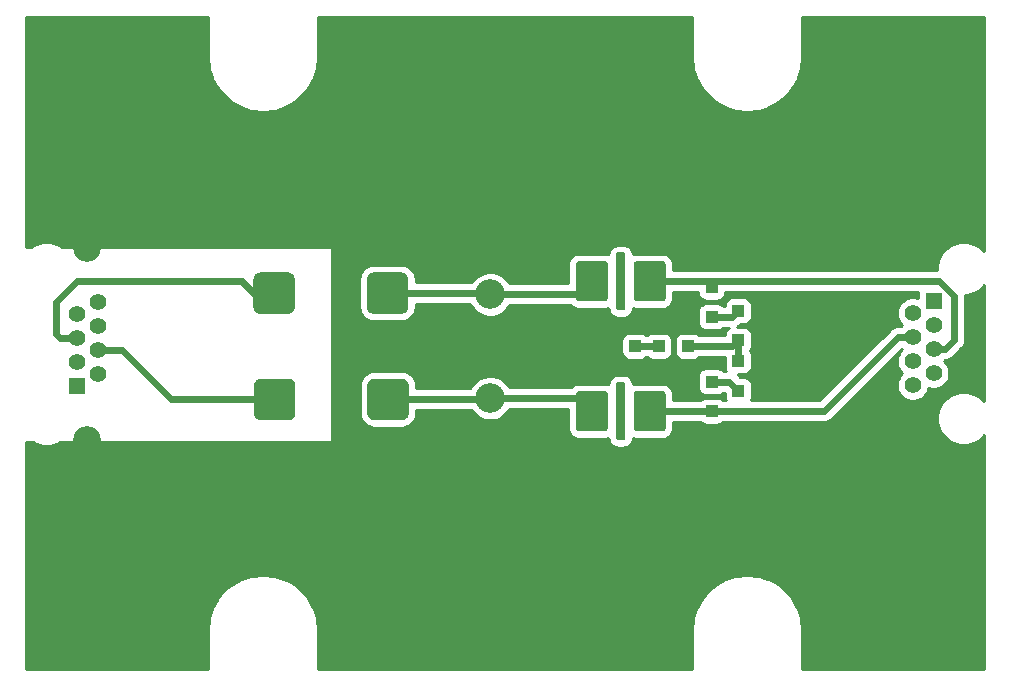
<source format=gtl>
G04 #@! TF.GenerationSoftware,KiCad,Pcbnew,5.1.5-1.fc31*
G04 #@! TF.CreationDate,2020-04-27T21:51:00+02:00*
G04 #@! TF.ProjectId,vdsl-surge-protection-copy,7664736c-2d73-4757-9267-652d70726f74,rev?*
G04 #@! TF.SameCoordinates,Original*
G04 #@! TF.FileFunction,Copper,L1,Top*
G04 #@! TF.FilePolarity,Positive*
%FSLAX46Y46*%
G04 Gerber Fmt 4.6, Leading zero omitted, Abs format (unit mm)*
G04 Created by KiCad (PCBNEW 5.1.5-1.fc31) date 2020-04-27 21:51:00*
%MOMM*%
%LPD*%
G04 APERTURE LIST*
%ADD10C,1.398000*%
%ADD11C,2.355000*%
%ADD12R,1.398000X1.398000*%
%ADD13C,0.100000*%
%ADD14C,2.500000*%
%ADD15R,2.999740X2.999740*%
%ADD16C,2.999740*%
%ADD17R,1.000000X1.000000*%
%ADD18C,0.800000*%
%ADD19C,7.400000*%
%ADD20C,0.600000*%
%ADD21C,0.250000*%
%ADD22C,0.254000*%
G04 APERTURE END LIST*
D10*
X51520000Y-91490000D03*
X49740000Y-92510000D03*
X51520000Y-93530000D03*
X49740000Y-94550000D03*
X51520000Y-95570000D03*
X49740000Y-96590000D03*
X51520000Y-97610000D03*
D11*
X50630000Y-103180000D03*
X50630000Y-86920000D03*
D12*
X49740000Y-98630000D03*
D10*
X120510000Y-98560000D03*
X122290000Y-97540000D03*
X120510000Y-96520000D03*
X122290000Y-95500000D03*
X120510000Y-94480000D03*
X122290000Y-93460000D03*
X120510000Y-92440000D03*
D11*
X121400000Y-86870000D03*
X121400000Y-103130000D03*
D12*
X122290000Y-91420000D03*
G04 #@! TA.AperFunction,SMDPad,CuDef*
D13*
G36*
X67682262Y-89002764D02*
G01*
X67737982Y-89011029D01*
X67792623Y-89024716D01*
X67845660Y-89043693D01*
X67896582Y-89067777D01*
X67944897Y-89096736D01*
X67990142Y-89130292D01*
X68031879Y-89168121D01*
X68069708Y-89209858D01*
X68103264Y-89255103D01*
X68132223Y-89303418D01*
X68156307Y-89354340D01*
X68175284Y-89407377D01*
X68188971Y-89462018D01*
X68197236Y-89517738D01*
X68200000Y-89574000D01*
X68200000Y-91926000D01*
X68197236Y-91982262D01*
X68188971Y-92037982D01*
X68175284Y-92092623D01*
X68156307Y-92145660D01*
X68132223Y-92196582D01*
X68103264Y-92244897D01*
X68069708Y-92290142D01*
X68031879Y-92331879D01*
X67990142Y-92369708D01*
X67944897Y-92403264D01*
X67896582Y-92432223D01*
X67845660Y-92456307D01*
X67792623Y-92475284D01*
X67737982Y-92488971D01*
X67682262Y-92497236D01*
X67626000Y-92500000D01*
X65274000Y-92500000D01*
X65217738Y-92497236D01*
X65162018Y-92488971D01*
X65107377Y-92475284D01*
X65054340Y-92456307D01*
X65003418Y-92432223D01*
X64955103Y-92403264D01*
X64909858Y-92369708D01*
X64868121Y-92331879D01*
X64830292Y-92290142D01*
X64796736Y-92244897D01*
X64767777Y-92196582D01*
X64743693Y-92145660D01*
X64724716Y-92092623D01*
X64711029Y-92037982D01*
X64702764Y-91982262D01*
X64700000Y-91926000D01*
X64700000Y-89574000D01*
X64702764Y-89517738D01*
X64711029Y-89462018D01*
X64724716Y-89407377D01*
X64743693Y-89354340D01*
X64767777Y-89303418D01*
X64796736Y-89255103D01*
X64830292Y-89209858D01*
X64868121Y-89168121D01*
X64909858Y-89130292D01*
X64955103Y-89096736D01*
X65003418Y-89067777D01*
X65054340Y-89043693D01*
X65107377Y-89024716D01*
X65162018Y-89011029D01*
X65217738Y-89002764D01*
X65274000Y-89000000D01*
X67626000Y-89000000D01*
X67682262Y-89002764D01*
G37*
G04 #@! TD.AperFunction*
G04 #@! TA.AperFunction,SMDPad,CuDef*
G36*
X77282262Y-89002764D02*
G01*
X77337982Y-89011029D01*
X77392623Y-89024716D01*
X77445660Y-89043693D01*
X77496582Y-89067777D01*
X77544897Y-89096736D01*
X77590142Y-89130292D01*
X77631879Y-89168121D01*
X77669708Y-89209858D01*
X77703264Y-89255103D01*
X77732223Y-89303418D01*
X77756307Y-89354340D01*
X77775284Y-89407377D01*
X77788971Y-89462018D01*
X77797236Y-89517738D01*
X77800000Y-89574000D01*
X77800000Y-91926000D01*
X77797236Y-91982262D01*
X77788971Y-92037982D01*
X77775284Y-92092623D01*
X77756307Y-92145660D01*
X77732223Y-92196582D01*
X77703264Y-92244897D01*
X77669708Y-92290142D01*
X77631879Y-92331879D01*
X77590142Y-92369708D01*
X77544897Y-92403264D01*
X77496582Y-92432223D01*
X77445660Y-92456307D01*
X77392623Y-92475284D01*
X77337982Y-92488971D01*
X77282262Y-92497236D01*
X77226000Y-92500000D01*
X74874000Y-92500000D01*
X74817738Y-92497236D01*
X74762018Y-92488971D01*
X74707377Y-92475284D01*
X74654340Y-92456307D01*
X74603418Y-92432223D01*
X74555103Y-92403264D01*
X74509858Y-92369708D01*
X74468121Y-92331879D01*
X74430292Y-92290142D01*
X74396736Y-92244897D01*
X74367777Y-92196582D01*
X74343693Y-92145660D01*
X74324716Y-92092623D01*
X74311029Y-92037982D01*
X74302764Y-91982262D01*
X74300000Y-91926000D01*
X74300000Y-89574000D01*
X74302764Y-89517738D01*
X74311029Y-89462018D01*
X74324716Y-89407377D01*
X74343693Y-89354340D01*
X74367777Y-89303418D01*
X74396736Y-89255103D01*
X74430292Y-89209858D01*
X74468121Y-89168121D01*
X74509858Y-89130292D01*
X74555103Y-89096736D01*
X74603418Y-89067777D01*
X74654340Y-89043693D01*
X74707377Y-89024716D01*
X74762018Y-89011029D01*
X74817738Y-89002764D01*
X74874000Y-89000000D01*
X77226000Y-89000000D01*
X77282262Y-89002764D01*
G37*
G04 #@! TD.AperFunction*
G04 #@! TA.AperFunction,SMDPad,CuDef*
G36*
X77332262Y-98002764D02*
G01*
X77387982Y-98011029D01*
X77442623Y-98024716D01*
X77495660Y-98043693D01*
X77546582Y-98067777D01*
X77594897Y-98096736D01*
X77640142Y-98130292D01*
X77681879Y-98168121D01*
X77719708Y-98209858D01*
X77753264Y-98255103D01*
X77782223Y-98303418D01*
X77806307Y-98354340D01*
X77825284Y-98407377D01*
X77838971Y-98462018D01*
X77847236Y-98517738D01*
X77850000Y-98574000D01*
X77850000Y-100926000D01*
X77847236Y-100982262D01*
X77838971Y-101037982D01*
X77825284Y-101092623D01*
X77806307Y-101145660D01*
X77782223Y-101196582D01*
X77753264Y-101244897D01*
X77719708Y-101290142D01*
X77681879Y-101331879D01*
X77640142Y-101369708D01*
X77594897Y-101403264D01*
X77546582Y-101432223D01*
X77495660Y-101456307D01*
X77442623Y-101475284D01*
X77387982Y-101488971D01*
X77332262Y-101497236D01*
X77276000Y-101500000D01*
X74924000Y-101500000D01*
X74867738Y-101497236D01*
X74812018Y-101488971D01*
X74757377Y-101475284D01*
X74704340Y-101456307D01*
X74653418Y-101432223D01*
X74605103Y-101403264D01*
X74559858Y-101369708D01*
X74518121Y-101331879D01*
X74480292Y-101290142D01*
X74446736Y-101244897D01*
X74417777Y-101196582D01*
X74393693Y-101145660D01*
X74374716Y-101092623D01*
X74361029Y-101037982D01*
X74352764Y-100982262D01*
X74350000Y-100926000D01*
X74350000Y-98574000D01*
X74352764Y-98517738D01*
X74361029Y-98462018D01*
X74374716Y-98407377D01*
X74393693Y-98354340D01*
X74417777Y-98303418D01*
X74446736Y-98255103D01*
X74480292Y-98209858D01*
X74518121Y-98168121D01*
X74559858Y-98130292D01*
X74605103Y-98096736D01*
X74653418Y-98067777D01*
X74704340Y-98043693D01*
X74757377Y-98024716D01*
X74812018Y-98011029D01*
X74867738Y-98002764D01*
X74924000Y-98000000D01*
X77276000Y-98000000D01*
X77332262Y-98002764D01*
G37*
G04 #@! TD.AperFunction*
G04 #@! TA.AperFunction,SMDPad,CuDef*
G36*
X67732262Y-98002764D02*
G01*
X67787982Y-98011029D01*
X67842623Y-98024716D01*
X67895660Y-98043693D01*
X67946582Y-98067777D01*
X67994897Y-98096736D01*
X68040142Y-98130292D01*
X68081879Y-98168121D01*
X68119708Y-98209858D01*
X68153264Y-98255103D01*
X68182223Y-98303418D01*
X68206307Y-98354340D01*
X68225284Y-98407377D01*
X68238971Y-98462018D01*
X68247236Y-98517738D01*
X68250000Y-98574000D01*
X68250000Y-100926000D01*
X68247236Y-100982262D01*
X68238971Y-101037982D01*
X68225284Y-101092623D01*
X68206307Y-101145660D01*
X68182223Y-101196582D01*
X68153264Y-101244897D01*
X68119708Y-101290142D01*
X68081879Y-101331879D01*
X68040142Y-101369708D01*
X67994897Y-101403264D01*
X67946582Y-101432223D01*
X67895660Y-101456307D01*
X67842623Y-101475284D01*
X67787982Y-101488971D01*
X67732262Y-101497236D01*
X67676000Y-101500000D01*
X65324000Y-101500000D01*
X65267738Y-101497236D01*
X65212018Y-101488971D01*
X65157377Y-101475284D01*
X65104340Y-101456307D01*
X65053418Y-101432223D01*
X65005103Y-101403264D01*
X64959858Y-101369708D01*
X64918121Y-101331879D01*
X64880292Y-101290142D01*
X64846736Y-101244897D01*
X64817777Y-101196582D01*
X64793693Y-101145660D01*
X64774716Y-101092623D01*
X64761029Y-101037982D01*
X64752764Y-100982262D01*
X64750000Y-100926000D01*
X64750000Y-98574000D01*
X64752764Y-98517738D01*
X64761029Y-98462018D01*
X64774716Y-98407377D01*
X64793693Y-98354340D01*
X64817777Y-98303418D01*
X64846736Y-98255103D01*
X64880292Y-98209858D01*
X64918121Y-98168121D01*
X64959858Y-98130292D01*
X65005103Y-98096736D01*
X65053418Y-98067777D01*
X65104340Y-98043693D01*
X65157377Y-98024716D01*
X65212018Y-98011029D01*
X65267738Y-98002764D01*
X65324000Y-98000000D01*
X67676000Y-98000000D01*
X67732262Y-98002764D01*
G37*
G04 #@! TD.AperFunction*
D14*
X84750000Y-95250000D03*
X84750000Y-90850000D03*
X84750000Y-99650000D03*
D15*
X120500000Y-73920000D03*
D16*
X120500000Y-79000000D03*
G04 #@! TA.AperFunction,SMDPad,CuDef*
D13*
G36*
X96019603Y-87300963D02*
G01*
X96039018Y-87303843D01*
X96058057Y-87308612D01*
X96076537Y-87315224D01*
X96094279Y-87323616D01*
X96111114Y-87333706D01*
X96126879Y-87345398D01*
X96141421Y-87358579D01*
X96154602Y-87373121D01*
X96166294Y-87388886D01*
X96176384Y-87405721D01*
X96184776Y-87423463D01*
X96191388Y-87441943D01*
X96196157Y-87460982D01*
X96199037Y-87480397D01*
X96200000Y-87500000D01*
X96200000Y-92000000D01*
X96199037Y-92019603D01*
X96196157Y-92039018D01*
X96191388Y-92058057D01*
X96184776Y-92076537D01*
X96176384Y-92094279D01*
X96166294Y-92111114D01*
X96154602Y-92126879D01*
X96141421Y-92141421D01*
X96126879Y-92154602D01*
X96111114Y-92166294D01*
X96094279Y-92176384D01*
X96076537Y-92184776D01*
X96058057Y-92191388D01*
X96039018Y-92196157D01*
X96019603Y-92199037D01*
X96000000Y-92200000D01*
X95600000Y-92200000D01*
X95580397Y-92199037D01*
X95560982Y-92196157D01*
X95541943Y-92191388D01*
X95523463Y-92184776D01*
X95505721Y-92176384D01*
X95488886Y-92166294D01*
X95473121Y-92154602D01*
X95458579Y-92141421D01*
X95445398Y-92126879D01*
X95433706Y-92111114D01*
X95423616Y-92094279D01*
X95415224Y-92076537D01*
X95408612Y-92058057D01*
X95403843Y-92039018D01*
X95400963Y-92019603D01*
X95400000Y-92000000D01*
X95400000Y-87500000D01*
X95400963Y-87480397D01*
X95403843Y-87460982D01*
X95408612Y-87441943D01*
X95415224Y-87423463D01*
X95423616Y-87405721D01*
X95433706Y-87388886D01*
X95445398Y-87373121D01*
X95458579Y-87358579D01*
X95473121Y-87345398D01*
X95488886Y-87333706D01*
X95505721Y-87323616D01*
X95523463Y-87315224D01*
X95541943Y-87308612D01*
X95560982Y-87303843D01*
X95580397Y-87300963D01*
X95600000Y-87300000D01*
X96000000Y-87300000D01*
X96019603Y-87300963D01*
G37*
G04 #@! TD.AperFunction*
G04 #@! TA.AperFunction,SMDPad,CuDef*
G36*
X94456465Y-88051300D02*
G01*
X94482674Y-88055188D01*
X94508377Y-88061626D01*
X94533325Y-88070553D01*
X94557277Y-88081881D01*
X94580004Y-88095503D01*
X94601286Y-88111287D01*
X94620919Y-88129081D01*
X94638713Y-88148714D01*
X94654497Y-88169996D01*
X94668119Y-88192723D01*
X94679447Y-88216675D01*
X94688374Y-88241623D01*
X94694812Y-88267326D01*
X94698700Y-88293535D01*
X94700000Y-88320000D01*
X94700000Y-91180000D01*
X94698700Y-91206465D01*
X94694812Y-91232674D01*
X94688374Y-91258377D01*
X94679447Y-91283325D01*
X94668119Y-91307277D01*
X94654497Y-91330004D01*
X94638713Y-91351286D01*
X94620919Y-91370919D01*
X94601286Y-91388713D01*
X94580004Y-91404497D01*
X94557277Y-91418119D01*
X94533325Y-91429447D01*
X94508377Y-91438374D01*
X94482674Y-91444812D01*
X94456465Y-91448700D01*
X94430000Y-91450000D01*
X92270000Y-91450000D01*
X92243535Y-91448700D01*
X92217326Y-91444812D01*
X92191623Y-91438374D01*
X92166675Y-91429447D01*
X92142723Y-91418119D01*
X92119996Y-91404497D01*
X92098714Y-91388713D01*
X92079081Y-91370919D01*
X92061287Y-91351286D01*
X92045503Y-91330004D01*
X92031881Y-91307277D01*
X92020553Y-91283325D01*
X92011626Y-91258377D01*
X92005188Y-91232674D01*
X92001300Y-91206465D01*
X92000000Y-91180000D01*
X92000000Y-88320000D01*
X92001300Y-88293535D01*
X92005188Y-88267326D01*
X92011626Y-88241623D01*
X92020553Y-88216675D01*
X92031881Y-88192723D01*
X92045503Y-88169996D01*
X92061287Y-88148714D01*
X92079081Y-88129081D01*
X92098714Y-88111287D01*
X92119996Y-88095503D01*
X92142723Y-88081881D01*
X92166675Y-88070553D01*
X92191623Y-88061626D01*
X92217326Y-88055188D01*
X92243535Y-88051300D01*
X92270000Y-88050000D01*
X94430000Y-88050000D01*
X94456465Y-88051300D01*
G37*
G04 #@! TD.AperFunction*
G04 #@! TA.AperFunction,SMDPad,CuDef*
G36*
X99356465Y-88051300D02*
G01*
X99382674Y-88055188D01*
X99408377Y-88061626D01*
X99433325Y-88070553D01*
X99457277Y-88081881D01*
X99480004Y-88095503D01*
X99501286Y-88111287D01*
X99520919Y-88129081D01*
X99538713Y-88148714D01*
X99554497Y-88169996D01*
X99568119Y-88192723D01*
X99579447Y-88216675D01*
X99588374Y-88241623D01*
X99594812Y-88267326D01*
X99598700Y-88293535D01*
X99600000Y-88320000D01*
X99600000Y-91180000D01*
X99598700Y-91206465D01*
X99594812Y-91232674D01*
X99588374Y-91258377D01*
X99579447Y-91283325D01*
X99568119Y-91307277D01*
X99554497Y-91330004D01*
X99538713Y-91351286D01*
X99520919Y-91370919D01*
X99501286Y-91388713D01*
X99480004Y-91404497D01*
X99457277Y-91418119D01*
X99433325Y-91429447D01*
X99408377Y-91438374D01*
X99382674Y-91444812D01*
X99356465Y-91448700D01*
X99330000Y-91450000D01*
X97170000Y-91450000D01*
X97143535Y-91448700D01*
X97117326Y-91444812D01*
X97091623Y-91438374D01*
X97066675Y-91429447D01*
X97042723Y-91418119D01*
X97019996Y-91404497D01*
X96998714Y-91388713D01*
X96979081Y-91370919D01*
X96961287Y-91351286D01*
X96945503Y-91330004D01*
X96931881Y-91307277D01*
X96920553Y-91283325D01*
X96911626Y-91258377D01*
X96905188Y-91232674D01*
X96901300Y-91206465D01*
X96900000Y-91180000D01*
X96900000Y-88320000D01*
X96901300Y-88293535D01*
X96905188Y-88267326D01*
X96911626Y-88241623D01*
X96920553Y-88216675D01*
X96931881Y-88192723D01*
X96945503Y-88169996D01*
X96961287Y-88148714D01*
X96979081Y-88129081D01*
X96998714Y-88111287D01*
X97019996Y-88095503D01*
X97042723Y-88081881D01*
X97066675Y-88070553D01*
X97091623Y-88061626D01*
X97117326Y-88055188D01*
X97143535Y-88051300D01*
X97170000Y-88050000D01*
X99330000Y-88050000D01*
X99356465Y-88051300D01*
G37*
G04 #@! TD.AperFunction*
G04 #@! TA.AperFunction,SMDPad,CuDef*
G36*
X99356465Y-99051300D02*
G01*
X99382674Y-99055188D01*
X99408377Y-99061626D01*
X99433325Y-99070553D01*
X99457277Y-99081881D01*
X99480004Y-99095503D01*
X99501286Y-99111287D01*
X99520919Y-99129081D01*
X99538713Y-99148714D01*
X99554497Y-99169996D01*
X99568119Y-99192723D01*
X99579447Y-99216675D01*
X99588374Y-99241623D01*
X99594812Y-99267326D01*
X99598700Y-99293535D01*
X99600000Y-99320000D01*
X99600000Y-102180000D01*
X99598700Y-102206465D01*
X99594812Y-102232674D01*
X99588374Y-102258377D01*
X99579447Y-102283325D01*
X99568119Y-102307277D01*
X99554497Y-102330004D01*
X99538713Y-102351286D01*
X99520919Y-102370919D01*
X99501286Y-102388713D01*
X99480004Y-102404497D01*
X99457277Y-102418119D01*
X99433325Y-102429447D01*
X99408377Y-102438374D01*
X99382674Y-102444812D01*
X99356465Y-102448700D01*
X99330000Y-102450000D01*
X97170000Y-102450000D01*
X97143535Y-102448700D01*
X97117326Y-102444812D01*
X97091623Y-102438374D01*
X97066675Y-102429447D01*
X97042723Y-102418119D01*
X97019996Y-102404497D01*
X96998714Y-102388713D01*
X96979081Y-102370919D01*
X96961287Y-102351286D01*
X96945503Y-102330004D01*
X96931881Y-102307277D01*
X96920553Y-102283325D01*
X96911626Y-102258377D01*
X96905188Y-102232674D01*
X96901300Y-102206465D01*
X96900000Y-102180000D01*
X96900000Y-99320000D01*
X96901300Y-99293535D01*
X96905188Y-99267326D01*
X96911626Y-99241623D01*
X96920553Y-99216675D01*
X96931881Y-99192723D01*
X96945503Y-99169996D01*
X96961287Y-99148714D01*
X96979081Y-99129081D01*
X96998714Y-99111287D01*
X97019996Y-99095503D01*
X97042723Y-99081881D01*
X97066675Y-99070553D01*
X97091623Y-99061626D01*
X97117326Y-99055188D01*
X97143535Y-99051300D01*
X97170000Y-99050000D01*
X99330000Y-99050000D01*
X99356465Y-99051300D01*
G37*
G04 #@! TD.AperFunction*
G04 #@! TA.AperFunction,SMDPad,CuDef*
G36*
X94456465Y-99051300D02*
G01*
X94482674Y-99055188D01*
X94508377Y-99061626D01*
X94533325Y-99070553D01*
X94557277Y-99081881D01*
X94580004Y-99095503D01*
X94601286Y-99111287D01*
X94620919Y-99129081D01*
X94638713Y-99148714D01*
X94654497Y-99169996D01*
X94668119Y-99192723D01*
X94679447Y-99216675D01*
X94688374Y-99241623D01*
X94694812Y-99267326D01*
X94698700Y-99293535D01*
X94700000Y-99320000D01*
X94700000Y-102180000D01*
X94698700Y-102206465D01*
X94694812Y-102232674D01*
X94688374Y-102258377D01*
X94679447Y-102283325D01*
X94668119Y-102307277D01*
X94654497Y-102330004D01*
X94638713Y-102351286D01*
X94620919Y-102370919D01*
X94601286Y-102388713D01*
X94580004Y-102404497D01*
X94557277Y-102418119D01*
X94533325Y-102429447D01*
X94508377Y-102438374D01*
X94482674Y-102444812D01*
X94456465Y-102448700D01*
X94430000Y-102450000D01*
X92270000Y-102450000D01*
X92243535Y-102448700D01*
X92217326Y-102444812D01*
X92191623Y-102438374D01*
X92166675Y-102429447D01*
X92142723Y-102418119D01*
X92119996Y-102404497D01*
X92098714Y-102388713D01*
X92079081Y-102370919D01*
X92061287Y-102351286D01*
X92045503Y-102330004D01*
X92031881Y-102307277D01*
X92020553Y-102283325D01*
X92011626Y-102258377D01*
X92005188Y-102232674D01*
X92001300Y-102206465D01*
X92000000Y-102180000D01*
X92000000Y-99320000D01*
X92001300Y-99293535D01*
X92005188Y-99267326D01*
X92011626Y-99241623D01*
X92020553Y-99216675D01*
X92031881Y-99192723D01*
X92045503Y-99169996D01*
X92061287Y-99148714D01*
X92079081Y-99129081D01*
X92098714Y-99111287D01*
X92119996Y-99095503D01*
X92142723Y-99081881D01*
X92166675Y-99070553D01*
X92191623Y-99061626D01*
X92217326Y-99055188D01*
X92243535Y-99051300D01*
X92270000Y-99050000D01*
X94430000Y-99050000D01*
X94456465Y-99051300D01*
G37*
G04 #@! TD.AperFunction*
G04 #@! TA.AperFunction,SMDPad,CuDef*
G36*
X96019603Y-98300963D02*
G01*
X96039018Y-98303843D01*
X96058057Y-98308612D01*
X96076537Y-98315224D01*
X96094279Y-98323616D01*
X96111114Y-98333706D01*
X96126879Y-98345398D01*
X96141421Y-98358579D01*
X96154602Y-98373121D01*
X96166294Y-98388886D01*
X96176384Y-98405721D01*
X96184776Y-98423463D01*
X96191388Y-98441943D01*
X96196157Y-98460982D01*
X96199037Y-98480397D01*
X96200000Y-98500000D01*
X96200000Y-103000000D01*
X96199037Y-103019603D01*
X96196157Y-103039018D01*
X96191388Y-103058057D01*
X96184776Y-103076537D01*
X96176384Y-103094279D01*
X96166294Y-103111114D01*
X96154602Y-103126879D01*
X96141421Y-103141421D01*
X96126879Y-103154602D01*
X96111114Y-103166294D01*
X96094279Y-103176384D01*
X96076537Y-103184776D01*
X96058057Y-103191388D01*
X96039018Y-103196157D01*
X96019603Y-103199037D01*
X96000000Y-103200000D01*
X95600000Y-103200000D01*
X95580397Y-103199037D01*
X95560982Y-103196157D01*
X95541943Y-103191388D01*
X95523463Y-103184776D01*
X95505721Y-103176384D01*
X95488886Y-103166294D01*
X95473121Y-103154602D01*
X95458579Y-103141421D01*
X95445398Y-103126879D01*
X95433706Y-103111114D01*
X95423616Y-103094279D01*
X95415224Y-103076537D01*
X95408612Y-103058057D01*
X95403843Y-103039018D01*
X95400963Y-103019603D01*
X95400000Y-103000000D01*
X95400000Y-98500000D01*
X95400963Y-98480397D01*
X95403843Y-98460982D01*
X95408612Y-98441943D01*
X95415224Y-98423463D01*
X95423616Y-98405721D01*
X95433706Y-98388886D01*
X95445398Y-98373121D01*
X95458579Y-98358579D01*
X95473121Y-98345398D01*
X95488886Y-98333706D01*
X95505721Y-98323616D01*
X95523463Y-98315224D01*
X95541943Y-98308612D01*
X95560982Y-98303843D01*
X95580397Y-98300963D01*
X95600000Y-98300000D01*
X96000000Y-98300000D01*
X96019603Y-98300963D01*
G37*
G04 #@! TD.AperFunction*
D17*
X103500000Y-90250000D03*
X103500000Y-92750000D03*
X105750000Y-94750000D03*
X105750000Y-92250000D03*
X101500000Y-95250000D03*
X99000000Y-95250000D03*
X94500000Y-95250000D03*
X97000000Y-95250000D03*
X105750000Y-96500000D03*
X105750000Y-99000000D03*
X103500000Y-100750000D03*
X103500000Y-98250000D03*
D18*
X60962221Y-107037779D03*
X59000000Y-106225000D03*
X57037779Y-107037779D03*
X56225000Y-109000000D03*
X57037779Y-110962221D03*
X59000000Y-111775000D03*
X60962221Y-110962221D03*
X61775000Y-109000000D03*
D19*
X59000000Y-109000000D03*
X113000000Y-81000000D03*
D18*
X115775000Y-81000000D03*
X114962221Y-82962221D03*
X113000000Y-83775000D03*
X111037779Y-82962221D03*
X110225000Y-81000000D03*
X111037779Y-79037779D03*
X113000000Y-78225000D03*
X114962221Y-79037779D03*
D19*
X59000000Y-81000000D03*
D18*
X61775000Y-81000000D03*
X60962221Y-82962221D03*
X59000000Y-83775000D03*
X57037779Y-82962221D03*
X56225000Y-81000000D03*
X57037779Y-79037779D03*
X59000000Y-78225000D03*
X60962221Y-79037779D03*
X114962221Y-107037779D03*
X113000000Y-106225000D03*
X111037779Y-107037779D03*
X110225000Y-109000000D03*
X111037779Y-110962221D03*
X113000000Y-111775000D03*
X114962221Y-110962221D03*
X115775000Y-109000000D03*
D19*
X113000000Y-109000000D03*
D18*
X93250000Y-95250000D03*
X93250000Y-94500000D03*
X93250000Y-96000000D03*
D20*
X124000000Y-94750000D02*
X123250000Y-95500000D01*
X124000000Y-90965002D02*
X124000000Y-94750000D01*
X123250000Y-95500000D02*
X122290000Y-95500000D01*
X122784998Y-89750000D02*
X124000000Y-90965002D01*
X103500000Y-90000000D02*
X103250000Y-89750000D01*
X103500000Y-90250000D02*
X103500000Y-90000000D01*
X98250000Y-89750000D02*
X103250000Y-89750000D01*
X103250000Y-89750000D02*
X122784998Y-89750000D01*
X105250000Y-92750000D02*
X105750000Y-92250000D01*
X103500000Y-92750000D02*
X105250000Y-92750000D01*
X105750000Y-94750000D02*
X105750000Y-96500000D01*
X105250000Y-95250000D02*
X105750000Y-94750000D01*
X101500000Y-95250000D02*
X105250000Y-95250000D01*
X99000000Y-95250000D02*
X97000000Y-95250000D01*
D21*
X94500000Y-95250000D02*
X93250000Y-95250000D01*
X94500000Y-95250000D02*
X94000000Y-95250000D01*
X94000000Y-95250000D02*
X93250000Y-94500000D01*
X94000000Y-95250000D02*
X93250000Y-96000000D01*
D20*
X93250000Y-94500000D02*
X93250000Y-96000000D01*
X105000000Y-98250000D02*
X105750000Y-99000000D01*
X103500000Y-98250000D02*
X105000000Y-98250000D01*
X98250000Y-100750000D02*
X113000000Y-100750000D01*
X119270000Y-94480000D02*
X120510000Y-94480000D01*
X113000000Y-100750000D02*
X119270000Y-94480000D01*
X49740000Y-94550000D02*
X48300000Y-94550000D01*
X48300000Y-94550000D02*
X48000000Y-94250000D01*
X48000000Y-94250000D02*
X48000000Y-91500000D01*
X48000000Y-91500000D02*
X49750000Y-89750000D01*
X64700000Y-90750000D02*
X66450000Y-90750000D01*
X49750000Y-89750000D02*
X63700000Y-89750000D01*
X63700000Y-89750000D02*
X64700000Y-90750000D01*
X84650000Y-90750000D02*
X84750000Y-90850000D01*
X76050000Y-90750000D02*
X84650000Y-90750000D01*
X92250000Y-90850000D02*
X93350000Y-89750000D01*
X84750000Y-90850000D02*
X92250000Y-90850000D01*
X84650000Y-99750000D02*
X84750000Y-99650000D01*
X76100000Y-99750000D02*
X84650000Y-99750000D01*
X92250000Y-99650000D02*
X93350000Y-100750000D01*
X84750000Y-99650000D02*
X92250000Y-99650000D01*
X51520000Y-95570000D02*
X53570000Y-95570000D01*
X57750000Y-99750000D02*
X66500000Y-99750000D01*
X53570000Y-95570000D02*
X57750000Y-99750000D01*
D22*
G36*
X60840001Y-70782419D02*
G01*
X60842988Y-70812744D01*
X60842813Y-70837743D01*
X60843713Y-70846914D01*
X60925315Y-71623302D01*
X60937338Y-71681871D01*
X60948551Y-71740657D01*
X60951215Y-71749479D01*
X61182063Y-72495229D01*
X61205238Y-72550359D01*
X61227652Y-72605838D01*
X61231979Y-72613974D01*
X61603282Y-73300684D01*
X61636727Y-73350268D01*
X61669487Y-73400331D01*
X61675311Y-73407472D01*
X62172924Y-74008983D01*
X62215376Y-74051140D01*
X62257223Y-74093873D01*
X62264318Y-74099741D01*
X62264324Y-74099747D01*
X62264331Y-74099751D01*
X62869294Y-74593148D01*
X62919087Y-74626230D01*
X62968476Y-74660048D01*
X62976583Y-74664430D01*
X63665867Y-75030930D01*
X63721182Y-75053729D01*
X63776154Y-75077290D01*
X63784957Y-75080015D01*
X64532302Y-75305652D01*
X64591011Y-75317277D01*
X64649494Y-75329708D01*
X64658657Y-75330671D01*
X64658659Y-75330671D01*
X65435596Y-75406850D01*
X65464418Y-75406850D01*
X65493077Y-75409964D01*
X65502293Y-75409996D01*
X65530217Y-75409899D01*
X65558905Y-75406985D01*
X65587743Y-75407187D01*
X65596914Y-75406287D01*
X66373302Y-75324685D01*
X66431871Y-75312662D01*
X66490657Y-75301449D01*
X66499479Y-75298785D01*
X67245229Y-75067937D01*
X67300359Y-75044762D01*
X67355838Y-75022348D01*
X67363974Y-75018021D01*
X68050684Y-74646718D01*
X68100268Y-74613273D01*
X68150331Y-74580513D01*
X68157472Y-74574689D01*
X68758983Y-74077076D01*
X68801140Y-74034624D01*
X68843873Y-73992777D01*
X68849741Y-73985682D01*
X68849747Y-73985676D01*
X68849751Y-73985669D01*
X69343148Y-73380706D01*
X69376230Y-73330913D01*
X69410048Y-73281524D01*
X69414430Y-73273417D01*
X69780930Y-72584133D01*
X69803729Y-72528818D01*
X69827290Y-72473846D01*
X69830015Y-72465043D01*
X70055652Y-71717698D01*
X70067277Y-71658989D01*
X70079708Y-71600506D01*
X70080671Y-71591341D01*
X70156850Y-70814404D01*
X70156850Y-70814402D01*
X70160000Y-70782419D01*
X70160000Y-67410000D01*
X101840000Y-67410000D01*
X101840001Y-70782419D01*
X101842988Y-70812744D01*
X101842813Y-70837743D01*
X101843713Y-70846914D01*
X101925315Y-71623302D01*
X101937338Y-71681871D01*
X101948551Y-71740657D01*
X101951215Y-71749479D01*
X102182063Y-72495229D01*
X102205238Y-72550359D01*
X102227652Y-72605838D01*
X102231979Y-72613974D01*
X102603282Y-73300684D01*
X102636727Y-73350268D01*
X102669487Y-73400331D01*
X102675311Y-73407472D01*
X103172924Y-74008983D01*
X103215376Y-74051140D01*
X103257223Y-74093873D01*
X103264318Y-74099741D01*
X103264324Y-74099747D01*
X103264331Y-74099751D01*
X103869294Y-74593148D01*
X103919087Y-74626230D01*
X103968476Y-74660048D01*
X103976583Y-74664430D01*
X104665867Y-75030930D01*
X104721182Y-75053729D01*
X104776154Y-75077290D01*
X104784957Y-75080015D01*
X105532302Y-75305652D01*
X105591011Y-75317277D01*
X105649494Y-75329708D01*
X105658657Y-75330671D01*
X105658659Y-75330671D01*
X106435596Y-75406850D01*
X106464418Y-75406850D01*
X106493077Y-75409964D01*
X106502293Y-75409996D01*
X106530217Y-75409899D01*
X106558905Y-75406985D01*
X106587743Y-75407187D01*
X106596914Y-75406287D01*
X107373302Y-75324685D01*
X107431871Y-75312662D01*
X107490657Y-75301449D01*
X107499479Y-75298785D01*
X108245229Y-75067937D01*
X108300359Y-75044762D01*
X108355838Y-75022348D01*
X108363974Y-75018021D01*
X109050684Y-74646718D01*
X109100268Y-74613273D01*
X109150331Y-74580513D01*
X109157472Y-74574689D01*
X109758983Y-74077076D01*
X109801140Y-74034624D01*
X109843873Y-73992777D01*
X109849741Y-73985682D01*
X109849747Y-73985676D01*
X109849751Y-73985669D01*
X110343148Y-73380706D01*
X110376230Y-73330913D01*
X110410048Y-73281524D01*
X110414430Y-73273417D01*
X110780930Y-72584133D01*
X110803729Y-72528818D01*
X110827290Y-72473846D01*
X110830015Y-72465043D01*
X111055652Y-71717698D01*
X111067277Y-71658989D01*
X111079708Y-71600506D01*
X111080671Y-71591341D01*
X111156850Y-70814404D01*
X111156850Y-70814402D01*
X111160000Y-70782419D01*
X111160000Y-67410000D01*
X126590000Y-67410000D01*
X126590000Y-87216135D01*
X126585456Y-87209334D01*
X126270666Y-86894544D01*
X125900511Y-86647214D01*
X125489218Y-86476851D01*
X125052591Y-86390000D01*
X124607409Y-86390000D01*
X124170782Y-86476851D01*
X123759489Y-86647214D01*
X123389334Y-86894544D01*
X123074544Y-87209334D01*
X122827214Y-87579489D01*
X122656851Y-87990782D01*
X122570000Y-88427409D01*
X122570000Y-88815000D01*
X103295932Y-88815000D01*
X103250000Y-88810476D01*
X103204068Y-88815000D01*
X100238072Y-88815000D01*
X100238072Y-88320000D01*
X100220624Y-88142844D01*
X100168949Y-87972496D01*
X100085034Y-87815502D01*
X99972104Y-87677896D01*
X99834498Y-87564966D01*
X99677504Y-87481051D01*
X99507156Y-87429376D01*
X99330000Y-87411928D01*
X97170000Y-87411928D01*
X96992844Y-87429376D01*
X96835808Y-87477013D01*
X96821969Y-87336500D01*
X96774278Y-87179284D01*
X96696831Y-87034392D01*
X96592606Y-86907394D01*
X96465608Y-86803169D01*
X96320716Y-86725722D01*
X96163500Y-86678031D01*
X96000000Y-86661928D01*
X95600000Y-86661928D01*
X95436500Y-86678031D01*
X95279284Y-86725722D01*
X95134392Y-86803169D01*
X95007394Y-86907394D01*
X94903169Y-87034392D01*
X94825722Y-87179284D01*
X94778031Y-87336500D01*
X94764192Y-87477013D01*
X94607156Y-87429376D01*
X94430000Y-87411928D01*
X92270000Y-87411928D01*
X92092844Y-87429376D01*
X91922496Y-87481051D01*
X91765502Y-87564966D01*
X91627896Y-87677896D01*
X91514966Y-87815502D01*
X91431051Y-87972496D01*
X91379376Y-88142844D01*
X91361928Y-88320000D01*
X91361928Y-89915000D01*
X86392324Y-89915000D01*
X86214175Y-89648382D01*
X85951618Y-89385825D01*
X85642882Y-89179534D01*
X85299834Y-89037439D01*
X84935656Y-88965000D01*
X84564344Y-88965000D01*
X84200166Y-89037439D01*
X83857118Y-89179534D01*
X83548382Y-89385825D01*
X83285825Y-89648382D01*
X83174494Y-89815000D01*
X78438072Y-89815000D01*
X78438072Y-89574000D01*
X78414782Y-89337536D01*
X78345809Y-89110160D01*
X78233801Y-88900609D01*
X78083064Y-88716936D01*
X77899391Y-88566199D01*
X77689840Y-88454191D01*
X77462464Y-88385218D01*
X77226000Y-88361928D01*
X74874000Y-88361928D01*
X74637536Y-88385218D01*
X74410160Y-88454191D01*
X74200609Y-88566199D01*
X74016936Y-88716936D01*
X73866199Y-88900609D01*
X73754191Y-89110160D01*
X73685218Y-89337536D01*
X73661928Y-89574000D01*
X73661928Y-91926000D01*
X73685218Y-92162464D01*
X73754191Y-92389840D01*
X73866199Y-92599391D01*
X74016936Y-92783064D01*
X74200609Y-92933801D01*
X74410160Y-93045809D01*
X74637536Y-93114782D01*
X74874000Y-93138072D01*
X77226000Y-93138072D01*
X77462464Y-93114782D01*
X77689840Y-93045809D01*
X77899391Y-92933801D01*
X78083064Y-92783064D01*
X78233801Y-92599391D01*
X78345809Y-92389840D01*
X78414782Y-92162464D01*
X78438072Y-91926000D01*
X78438072Y-91685000D01*
X83055559Y-91685000D01*
X83079534Y-91742882D01*
X83285825Y-92051618D01*
X83548382Y-92314175D01*
X83857118Y-92520466D01*
X84200166Y-92662561D01*
X84564344Y-92735000D01*
X84935656Y-92735000D01*
X85299834Y-92662561D01*
X85642882Y-92520466D01*
X85951618Y-92314175D01*
X86214175Y-92051618D01*
X86392324Y-91785000D01*
X91597446Y-91785000D01*
X91627896Y-91822104D01*
X91765502Y-91935034D01*
X91922496Y-92018949D01*
X92092844Y-92070624D01*
X92270000Y-92088072D01*
X94430000Y-92088072D01*
X94607156Y-92070624D01*
X94764192Y-92022987D01*
X94778031Y-92163500D01*
X94825722Y-92320716D01*
X94903169Y-92465608D01*
X95007394Y-92592606D01*
X95134392Y-92696831D01*
X95279284Y-92774278D01*
X95436500Y-92821969D01*
X95600000Y-92838072D01*
X96000000Y-92838072D01*
X96163500Y-92821969D01*
X96320716Y-92774278D01*
X96465608Y-92696831D01*
X96592606Y-92592606D01*
X96696831Y-92465608D01*
X96774278Y-92320716D01*
X96821969Y-92163500D01*
X96835808Y-92022987D01*
X96992844Y-92070624D01*
X97170000Y-92088072D01*
X99330000Y-92088072D01*
X99507156Y-92070624D01*
X99677504Y-92018949D01*
X99834498Y-91935034D01*
X99972104Y-91822104D01*
X100085034Y-91684498D01*
X100168949Y-91527504D01*
X100220624Y-91357156D01*
X100238072Y-91180000D01*
X100238072Y-90685000D01*
X102361928Y-90685000D01*
X102361928Y-90750000D01*
X102374188Y-90874482D01*
X102410498Y-90994180D01*
X102469463Y-91104494D01*
X102548815Y-91201185D01*
X102645506Y-91280537D01*
X102755820Y-91339502D01*
X102875518Y-91375812D01*
X103000000Y-91388072D01*
X104000000Y-91388072D01*
X104124482Y-91375812D01*
X104244180Y-91339502D01*
X104354494Y-91280537D01*
X104451185Y-91201185D01*
X104530537Y-91104494D01*
X104589502Y-90994180D01*
X104625812Y-90874482D01*
X104638072Y-90750000D01*
X104638072Y-90685000D01*
X120956474Y-90685000D01*
X120952928Y-90721000D01*
X120952928Y-91179555D01*
X120899114Y-91157265D01*
X120641388Y-91106000D01*
X120378612Y-91106000D01*
X120120886Y-91157265D01*
X119878114Y-91257824D01*
X119659624Y-91403814D01*
X119473814Y-91589624D01*
X119327824Y-91808114D01*
X119227265Y-92050886D01*
X119176000Y-92308612D01*
X119176000Y-92571388D01*
X119227265Y-92829114D01*
X119327824Y-93071886D01*
X119473814Y-93290376D01*
X119643438Y-93460000D01*
X119558438Y-93545000D01*
X119315931Y-93545000D01*
X119269999Y-93540476D01*
X119086707Y-93558529D01*
X119033243Y-93574747D01*
X118910460Y-93611993D01*
X118748028Y-93698814D01*
X118605656Y-93815656D01*
X118576375Y-93851335D01*
X112612711Y-99815000D01*
X106801647Y-99815000D01*
X106839502Y-99744180D01*
X106875812Y-99624482D01*
X106888072Y-99500000D01*
X106888072Y-98500000D01*
X106875812Y-98375518D01*
X106839502Y-98255820D01*
X106780537Y-98145506D01*
X106701185Y-98048815D01*
X106604494Y-97969463D01*
X106494180Y-97910498D01*
X106374482Y-97874188D01*
X106250000Y-97861928D01*
X105934217Y-97861928D01*
X105710361Y-97638072D01*
X106250000Y-97638072D01*
X106374482Y-97625812D01*
X106494180Y-97589502D01*
X106604494Y-97530537D01*
X106701185Y-97451185D01*
X106780537Y-97354494D01*
X106839502Y-97244180D01*
X106875812Y-97124482D01*
X106888072Y-97000000D01*
X106888072Y-96000000D01*
X106875812Y-95875518D01*
X106839502Y-95755820D01*
X106780537Y-95645506D01*
X106763708Y-95625000D01*
X106780537Y-95604494D01*
X106839502Y-95494180D01*
X106875812Y-95374482D01*
X106888072Y-95250000D01*
X106888072Y-94250000D01*
X106875812Y-94125518D01*
X106839502Y-94005820D01*
X106780537Y-93895506D01*
X106701185Y-93798815D01*
X106604494Y-93719463D01*
X106494180Y-93660498D01*
X106374482Y-93624188D01*
X106250000Y-93611928D01*
X105620913Y-93611928D01*
X105771972Y-93531186D01*
X105914344Y-93414344D01*
X105935905Y-93388072D01*
X106250000Y-93388072D01*
X106374482Y-93375812D01*
X106494180Y-93339502D01*
X106604494Y-93280537D01*
X106701185Y-93201185D01*
X106780537Y-93104494D01*
X106839502Y-92994180D01*
X106875812Y-92874482D01*
X106888072Y-92750000D01*
X106888072Y-91750000D01*
X106875812Y-91625518D01*
X106839502Y-91505820D01*
X106780537Y-91395506D01*
X106701185Y-91298815D01*
X106604494Y-91219463D01*
X106494180Y-91160498D01*
X106374482Y-91124188D01*
X106250000Y-91111928D01*
X105250000Y-91111928D01*
X105125518Y-91124188D01*
X105005820Y-91160498D01*
X104895506Y-91219463D01*
X104798815Y-91298815D01*
X104719463Y-91395506D01*
X104660498Y-91505820D01*
X104624188Y-91625518D01*
X104611928Y-91750000D01*
X104611928Y-91815000D01*
X104464468Y-91815000D01*
X104451185Y-91798815D01*
X104354494Y-91719463D01*
X104244180Y-91660498D01*
X104124482Y-91624188D01*
X104000000Y-91611928D01*
X103000000Y-91611928D01*
X102875518Y-91624188D01*
X102755820Y-91660498D01*
X102645506Y-91719463D01*
X102548815Y-91798815D01*
X102469463Y-91895506D01*
X102410498Y-92005820D01*
X102374188Y-92125518D01*
X102361928Y-92250000D01*
X102361928Y-93250000D01*
X102374188Y-93374482D01*
X102410498Y-93494180D01*
X102469463Y-93604494D01*
X102548815Y-93701185D01*
X102645506Y-93780537D01*
X102755820Y-93839502D01*
X102875518Y-93875812D01*
X103000000Y-93888072D01*
X104000000Y-93888072D01*
X104124482Y-93875812D01*
X104244180Y-93839502D01*
X104354494Y-93780537D01*
X104451185Y-93701185D01*
X104464468Y-93685000D01*
X104959981Y-93685000D01*
X104895506Y-93719463D01*
X104798815Y-93798815D01*
X104719463Y-93895506D01*
X104660498Y-94005820D01*
X104624188Y-94125518D01*
X104611928Y-94250000D01*
X104611928Y-94315000D01*
X102464468Y-94315000D01*
X102451185Y-94298815D01*
X102354494Y-94219463D01*
X102244180Y-94160498D01*
X102124482Y-94124188D01*
X102000000Y-94111928D01*
X101000000Y-94111928D01*
X100875518Y-94124188D01*
X100755820Y-94160498D01*
X100645506Y-94219463D01*
X100548815Y-94298815D01*
X100469463Y-94395506D01*
X100410498Y-94505820D01*
X100374188Y-94625518D01*
X100361928Y-94750000D01*
X100361928Y-95750000D01*
X100374188Y-95874482D01*
X100410498Y-95994180D01*
X100469463Y-96104494D01*
X100548815Y-96201185D01*
X100645506Y-96280537D01*
X100755820Y-96339502D01*
X100875518Y-96375812D01*
X101000000Y-96388072D01*
X102000000Y-96388072D01*
X102124482Y-96375812D01*
X102244180Y-96339502D01*
X102354494Y-96280537D01*
X102451185Y-96201185D01*
X102464468Y-96185000D01*
X104611928Y-96185000D01*
X104611928Y-97000000D01*
X104624188Y-97124482D01*
X104660498Y-97244180D01*
X104698353Y-97315000D01*
X104464468Y-97315000D01*
X104451185Y-97298815D01*
X104354494Y-97219463D01*
X104244180Y-97160498D01*
X104124482Y-97124188D01*
X104000000Y-97111928D01*
X103000000Y-97111928D01*
X102875518Y-97124188D01*
X102755820Y-97160498D01*
X102645506Y-97219463D01*
X102548815Y-97298815D01*
X102469463Y-97395506D01*
X102410498Y-97505820D01*
X102374188Y-97625518D01*
X102361928Y-97750000D01*
X102361928Y-98750000D01*
X102374188Y-98874482D01*
X102410498Y-98994180D01*
X102469463Y-99104494D01*
X102548815Y-99201185D01*
X102645506Y-99280537D01*
X102755820Y-99339502D01*
X102875518Y-99375812D01*
X103000000Y-99388072D01*
X104000000Y-99388072D01*
X104124482Y-99375812D01*
X104244180Y-99339502D01*
X104354494Y-99280537D01*
X104451185Y-99201185D01*
X104464468Y-99185000D01*
X104611928Y-99185000D01*
X104611928Y-99500000D01*
X104624188Y-99624482D01*
X104660498Y-99744180D01*
X104698353Y-99815000D01*
X104464468Y-99815000D01*
X104451185Y-99798815D01*
X104354494Y-99719463D01*
X104244180Y-99660498D01*
X104124482Y-99624188D01*
X104000000Y-99611928D01*
X103000000Y-99611928D01*
X102875518Y-99624188D01*
X102755820Y-99660498D01*
X102645506Y-99719463D01*
X102548815Y-99798815D01*
X102535532Y-99815000D01*
X100238072Y-99815000D01*
X100238072Y-99320000D01*
X100220624Y-99142844D01*
X100168949Y-98972496D01*
X100085034Y-98815502D01*
X99972104Y-98677896D01*
X99834498Y-98564966D01*
X99677504Y-98481051D01*
X99507156Y-98429376D01*
X99330000Y-98411928D01*
X97170000Y-98411928D01*
X96992844Y-98429376D01*
X96835808Y-98477013D01*
X96821969Y-98336500D01*
X96774278Y-98179284D01*
X96696831Y-98034392D01*
X96592606Y-97907394D01*
X96465608Y-97803169D01*
X96320716Y-97725722D01*
X96163500Y-97678031D01*
X96000000Y-97661928D01*
X95600000Y-97661928D01*
X95436500Y-97678031D01*
X95279284Y-97725722D01*
X95134392Y-97803169D01*
X95007394Y-97907394D01*
X94903169Y-98034392D01*
X94825722Y-98179284D01*
X94778031Y-98336500D01*
X94764192Y-98477013D01*
X94607156Y-98429376D01*
X94430000Y-98411928D01*
X92270000Y-98411928D01*
X92092844Y-98429376D01*
X91922496Y-98481051D01*
X91765502Y-98564966D01*
X91627896Y-98677896D01*
X91597446Y-98715000D01*
X86392324Y-98715000D01*
X86214175Y-98448382D01*
X85951618Y-98185825D01*
X85642882Y-97979534D01*
X85299834Y-97837439D01*
X84935656Y-97765000D01*
X84564344Y-97765000D01*
X84200166Y-97837439D01*
X83857118Y-97979534D01*
X83548382Y-98185825D01*
X83285825Y-98448382D01*
X83079534Y-98757118D01*
X83055559Y-98815000D01*
X78488072Y-98815000D01*
X78488072Y-98574000D01*
X78464782Y-98337536D01*
X78395809Y-98110160D01*
X78283801Y-97900609D01*
X78133064Y-97716936D01*
X77949391Y-97566199D01*
X77739840Y-97454191D01*
X77512464Y-97385218D01*
X77276000Y-97361928D01*
X74924000Y-97361928D01*
X74687536Y-97385218D01*
X74460160Y-97454191D01*
X74250609Y-97566199D01*
X74066936Y-97716936D01*
X73916199Y-97900609D01*
X73804191Y-98110160D01*
X73735218Y-98337536D01*
X73711928Y-98574000D01*
X73711928Y-100926000D01*
X73735218Y-101162464D01*
X73804191Y-101389840D01*
X73916199Y-101599391D01*
X74066936Y-101783064D01*
X74250609Y-101933801D01*
X74460160Y-102045809D01*
X74687536Y-102114782D01*
X74924000Y-102138072D01*
X77276000Y-102138072D01*
X77512464Y-102114782D01*
X77739840Y-102045809D01*
X77949391Y-101933801D01*
X78133064Y-101783064D01*
X78283801Y-101599391D01*
X78395809Y-101389840D01*
X78464782Y-101162464D01*
X78488072Y-100926000D01*
X78488072Y-100685000D01*
X83174494Y-100685000D01*
X83285825Y-100851618D01*
X83548382Y-101114175D01*
X83857118Y-101320466D01*
X84200166Y-101462561D01*
X84564344Y-101535000D01*
X84935656Y-101535000D01*
X85299834Y-101462561D01*
X85642882Y-101320466D01*
X85951618Y-101114175D01*
X86214175Y-100851618D01*
X86392324Y-100585000D01*
X91361928Y-100585000D01*
X91361928Y-102180000D01*
X91379376Y-102357156D01*
X91431051Y-102527504D01*
X91514966Y-102684498D01*
X91627896Y-102822104D01*
X91765502Y-102935034D01*
X91922496Y-103018949D01*
X92092844Y-103070624D01*
X92270000Y-103088072D01*
X94430000Y-103088072D01*
X94607156Y-103070624D01*
X94764192Y-103022987D01*
X94778031Y-103163500D01*
X94825722Y-103320716D01*
X94903169Y-103465608D01*
X95007394Y-103592606D01*
X95134392Y-103696831D01*
X95279284Y-103774278D01*
X95436500Y-103821969D01*
X95600000Y-103838072D01*
X96000000Y-103838072D01*
X96163500Y-103821969D01*
X96320716Y-103774278D01*
X96465608Y-103696831D01*
X96592606Y-103592606D01*
X96696831Y-103465608D01*
X96774278Y-103320716D01*
X96821969Y-103163500D01*
X96835808Y-103022987D01*
X96992844Y-103070624D01*
X97170000Y-103088072D01*
X99330000Y-103088072D01*
X99507156Y-103070624D01*
X99677504Y-103018949D01*
X99834498Y-102935034D01*
X99972104Y-102822104D01*
X100085034Y-102684498D01*
X100168949Y-102527504D01*
X100220624Y-102357156D01*
X100238072Y-102180000D01*
X100238072Y-101685000D01*
X102535532Y-101685000D01*
X102548815Y-101701185D01*
X102645506Y-101780537D01*
X102755820Y-101839502D01*
X102875518Y-101875812D01*
X103000000Y-101888072D01*
X104000000Y-101888072D01*
X104124482Y-101875812D01*
X104244180Y-101839502D01*
X104354494Y-101780537D01*
X104451185Y-101701185D01*
X104464468Y-101685000D01*
X112954068Y-101685000D01*
X113000000Y-101689524D01*
X113045932Y-101685000D01*
X113183292Y-101671471D01*
X113359540Y-101618007D01*
X113521972Y-101531186D01*
X113664344Y-101414344D01*
X113693630Y-101378659D01*
X119607864Y-95464426D01*
X119643438Y-95500000D01*
X119473814Y-95669624D01*
X119327824Y-95888114D01*
X119227265Y-96130886D01*
X119176000Y-96388612D01*
X119176000Y-96651388D01*
X119227265Y-96909114D01*
X119327824Y-97151886D01*
X119473814Y-97370376D01*
X119643438Y-97540000D01*
X119473814Y-97709624D01*
X119327824Y-97928114D01*
X119227265Y-98170886D01*
X119176000Y-98428612D01*
X119176000Y-98691388D01*
X119227265Y-98949114D01*
X119327824Y-99191886D01*
X119473814Y-99410376D01*
X119659624Y-99596186D01*
X119878114Y-99742176D01*
X120120886Y-99842735D01*
X120378612Y-99894000D01*
X120641388Y-99894000D01*
X120899114Y-99842735D01*
X121141886Y-99742176D01*
X121360376Y-99596186D01*
X121546186Y-99410376D01*
X121692176Y-99191886D01*
X121792735Y-98949114D01*
X121824192Y-98790968D01*
X121900886Y-98822735D01*
X122158612Y-98874000D01*
X122421388Y-98874000D01*
X122679114Y-98822735D01*
X122921886Y-98722176D01*
X123140376Y-98576186D01*
X123326186Y-98390376D01*
X123472176Y-98171886D01*
X123572735Y-97929114D01*
X123624000Y-97671388D01*
X123624000Y-97408612D01*
X123572735Y-97150886D01*
X123472176Y-96908114D01*
X123326186Y-96689624D01*
X123156562Y-96520000D01*
X123238200Y-96438362D01*
X123250000Y-96439524D01*
X123295932Y-96435000D01*
X123433292Y-96421471D01*
X123609540Y-96368007D01*
X123771972Y-96281186D01*
X123914344Y-96164344D01*
X123943630Y-96128659D01*
X124628664Y-95443626D01*
X124664344Y-95414344D01*
X124781186Y-95271972D01*
X124868007Y-95109540D01*
X124919705Y-94939114D01*
X124921471Y-94933293D01*
X124939524Y-94750001D01*
X124935000Y-94704068D01*
X124935000Y-91010933D01*
X124939524Y-90965001D01*
X124934107Y-90910000D01*
X125052591Y-90910000D01*
X125489218Y-90823149D01*
X125900511Y-90652786D01*
X126270666Y-90405456D01*
X126585456Y-90090666D01*
X126590000Y-90083865D01*
X126590001Y-99916135D01*
X126585456Y-99909334D01*
X126270666Y-99594544D01*
X125900511Y-99347214D01*
X125489218Y-99176851D01*
X125052591Y-99090000D01*
X124607409Y-99090000D01*
X124170782Y-99176851D01*
X123759489Y-99347214D01*
X123389334Y-99594544D01*
X123074544Y-99909334D01*
X122827214Y-100279489D01*
X122656851Y-100690782D01*
X122570000Y-101127409D01*
X122570000Y-101572591D01*
X122656851Y-102009218D01*
X122827214Y-102420511D01*
X123074544Y-102790666D01*
X123389334Y-103105456D01*
X123759489Y-103352786D01*
X124170782Y-103523149D01*
X124607409Y-103610000D01*
X125052591Y-103610000D01*
X125489218Y-103523149D01*
X125900511Y-103352786D01*
X126270666Y-103105456D01*
X126585456Y-102790666D01*
X126590001Y-102783864D01*
X126590001Y-122590000D01*
X111160000Y-122590000D01*
X111160000Y-119217581D01*
X111157012Y-119187247D01*
X111157187Y-119162257D01*
X111156287Y-119153086D01*
X111074685Y-118376699D01*
X111062658Y-118318106D01*
X111051448Y-118259342D01*
X111048785Y-118250520D01*
X110817937Y-117504771D01*
X110794749Y-117449608D01*
X110772347Y-117394162D01*
X110768021Y-117386026D01*
X110396718Y-116699316D01*
X110363279Y-116649741D01*
X110330514Y-116599670D01*
X110324689Y-116592529D01*
X109827076Y-115991017D01*
X109784621Y-115948858D01*
X109742776Y-115906127D01*
X109735676Y-115900253D01*
X109130705Y-115406852D01*
X109080904Y-115373764D01*
X109031524Y-115339953D01*
X109023418Y-115335570D01*
X108334133Y-114969071D01*
X108278839Y-114946280D01*
X108223846Y-114922710D01*
X108215043Y-114919985D01*
X107467698Y-114694348D01*
X107408995Y-114682725D01*
X107350506Y-114670292D01*
X107341342Y-114669329D01*
X106564404Y-114593150D01*
X106535582Y-114593150D01*
X106506922Y-114590036D01*
X106497707Y-114590004D01*
X106469782Y-114590101D01*
X106441095Y-114593014D01*
X106412257Y-114592813D01*
X106403086Y-114593713D01*
X105626699Y-114675315D01*
X105568106Y-114687342D01*
X105509342Y-114698552D01*
X105500520Y-114701215D01*
X104754771Y-114932063D01*
X104699608Y-114955251D01*
X104644162Y-114977653D01*
X104636026Y-114981979D01*
X103949316Y-115353282D01*
X103899741Y-115386721D01*
X103849670Y-115419486D01*
X103842529Y-115425311D01*
X103241017Y-115922924D01*
X103198863Y-115965374D01*
X103156127Y-116007224D01*
X103150253Y-116014324D01*
X102656852Y-116619295D01*
X102623764Y-116669096D01*
X102589953Y-116718476D01*
X102585570Y-116726582D01*
X102219071Y-117415867D01*
X102196280Y-117471161D01*
X102172710Y-117526154D01*
X102169985Y-117534957D01*
X101944348Y-118282302D01*
X101932725Y-118341005D01*
X101920292Y-118399494D01*
X101919329Y-118408658D01*
X101843150Y-119185596D01*
X101843150Y-119185608D01*
X101840001Y-119217581D01*
X101840000Y-122590000D01*
X70160000Y-122590000D01*
X70160000Y-119217581D01*
X70157012Y-119187247D01*
X70157187Y-119162257D01*
X70156287Y-119153086D01*
X70074685Y-118376699D01*
X70062658Y-118318106D01*
X70051448Y-118259342D01*
X70048785Y-118250520D01*
X69817937Y-117504771D01*
X69794749Y-117449608D01*
X69772347Y-117394162D01*
X69768021Y-117386026D01*
X69396718Y-116699316D01*
X69363279Y-116649741D01*
X69330514Y-116599670D01*
X69324689Y-116592529D01*
X68827076Y-115991017D01*
X68784621Y-115948858D01*
X68742776Y-115906127D01*
X68735676Y-115900253D01*
X68130705Y-115406852D01*
X68080904Y-115373764D01*
X68031524Y-115339953D01*
X68023418Y-115335570D01*
X67334133Y-114969071D01*
X67278839Y-114946280D01*
X67223846Y-114922710D01*
X67215043Y-114919985D01*
X66467698Y-114694348D01*
X66408995Y-114682725D01*
X66350506Y-114670292D01*
X66341342Y-114669329D01*
X65564404Y-114593150D01*
X65535582Y-114593150D01*
X65506922Y-114590036D01*
X65497707Y-114590004D01*
X65469782Y-114590101D01*
X65441095Y-114593014D01*
X65412257Y-114592813D01*
X65403086Y-114593713D01*
X64626699Y-114675315D01*
X64568106Y-114687342D01*
X64509342Y-114698552D01*
X64500520Y-114701215D01*
X63754771Y-114932063D01*
X63699608Y-114955251D01*
X63644162Y-114977653D01*
X63636026Y-114981979D01*
X62949316Y-115353282D01*
X62899741Y-115386721D01*
X62849670Y-115419486D01*
X62842529Y-115425311D01*
X62241017Y-115922924D01*
X62198863Y-115965374D01*
X62156127Y-116007224D01*
X62150253Y-116014324D01*
X61656852Y-116619295D01*
X61623764Y-116669096D01*
X61589953Y-116718476D01*
X61585570Y-116726582D01*
X61219071Y-117415867D01*
X61196280Y-117471161D01*
X61172710Y-117526154D01*
X61169985Y-117534957D01*
X60944348Y-118282302D01*
X60932725Y-118341005D01*
X60920292Y-118399494D01*
X60919329Y-118408658D01*
X60843150Y-119185596D01*
X60843150Y-119185608D01*
X60840001Y-119217581D01*
X60840000Y-122590000D01*
X45410000Y-122590000D01*
X45410000Y-103377000D01*
X46090898Y-103377000D01*
X46129489Y-103402786D01*
X46540782Y-103573149D01*
X46977409Y-103660000D01*
X47422591Y-103660000D01*
X47859218Y-103573149D01*
X48270511Y-103402786D01*
X48309102Y-103377000D01*
X71250000Y-103377000D01*
X71274776Y-103374560D01*
X71298601Y-103367333D01*
X71320557Y-103355597D01*
X71339803Y-103339803D01*
X71355597Y-103320557D01*
X71367333Y-103298601D01*
X71374560Y-103274776D01*
X71377000Y-103250000D01*
X71377000Y-94750000D01*
X95861928Y-94750000D01*
X95861928Y-95750000D01*
X95874188Y-95874482D01*
X95910498Y-95994180D01*
X95969463Y-96104494D01*
X96048815Y-96201185D01*
X96145506Y-96280537D01*
X96255820Y-96339502D01*
X96375518Y-96375812D01*
X96500000Y-96388072D01*
X97500000Y-96388072D01*
X97624482Y-96375812D01*
X97744180Y-96339502D01*
X97854494Y-96280537D01*
X97951185Y-96201185D01*
X97964468Y-96185000D01*
X98035532Y-96185000D01*
X98048815Y-96201185D01*
X98145506Y-96280537D01*
X98255820Y-96339502D01*
X98375518Y-96375812D01*
X98500000Y-96388072D01*
X99500000Y-96388072D01*
X99624482Y-96375812D01*
X99744180Y-96339502D01*
X99854494Y-96280537D01*
X99951185Y-96201185D01*
X100030537Y-96104494D01*
X100089502Y-95994180D01*
X100125812Y-95874482D01*
X100138072Y-95750000D01*
X100138072Y-94750000D01*
X100125812Y-94625518D01*
X100089502Y-94505820D01*
X100030537Y-94395506D01*
X99951185Y-94298815D01*
X99854494Y-94219463D01*
X99744180Y-94160498D01*
X99624482Y-94124188D01*
X99500000Y-94111928D01*
X98500000Y-94111928D01*
X98375518Y-94124188D01*
X98255820Y-94160498D01*
X98145506Y-94219463D01*
X98048815Y-94298815D01*
X98035532Y-94315000D01*
X97964468Y-94315000D01*
X97951185Y-94298815D01*
X97854494Y-94219463D01*
X97744180Y-94160498D01*
X97624482Y-94124188D01*
X97500000Y-94111928D01*
X96500000Y-94111928D01*
X96375518Y-94124188D01*
X96255820Y-94160498D01*
X96145506Y-94219463D01*
X96048815Y-94298815D01*
X95969463Y-94395506D01*
X95910498Y-94505820D01*
X95874188Y-94625518D01*
X95861928Y-94750000D01*
X71377000Y-94750000D01*
X71377000Y-87000000D01*
X71374560Y-86975224D01*
X71367333Y-86951399D01*
X71355597Y-86929443D01*
X71339803Y-86910197D01*
X71320557Y-86894403D01*
X71298601Y-86882667D01*
X71274776Y-86875440D01*
X71250000Y-86873000D01*
X48533593Y-86873000D01*
X48270511Y-86697214D01*
X47859218Y-86526851D01*
X47422591Y-86440000D01*
X46977409Y-86440000D01*
X46540782Y-86526851D01*
X46129489Y-86697214D01*
X45866407Y-86873000D01*
X45410000Y-86873000D01*
X45410000Y-67410000D01*
X60840000Y-67410000D01*
X60840001Y-70782419D01*
G37*
X60840001Y-70782419D02*
X60842988Y-70812744D01*
X60842813Y-70837743D01*
X60843713Y-70846914D01*
X60925315Y-71623302D01*
X60937338Y-71681871D01*
X60948551Y-71740657D01*
X60951215Y-71749479D01*
X61182063Y-72495229D01*
X61205238Y-72550359D01*
X61227652Y-72605838D01*
X61231979Y-72613974D01*
X61603282Y-73300684D01*
X61636727Y-73350268D01*
X61669487Y-73400331D01*
X61675311Y-73407472D01*
X62172924Y-74008983D01*
X62215376Y-74051140D01*
X62257223Y-74093873D01*
X62264318Y-74099741D01*
X62264324Y-74099747D01*
X62264331Y-74099751D01*
X62869294Y-74593148D01*
X62919087Y-74626230D01*
X62968476Y-74660048D01*
X62976583Y-74664430D01*
X63665867Y-75030930D01*
X63721182Y-75053729D01*
X63776154Y-75077290D01*
X63784957Y-75080015D01*
X64532302Y-75305652D01*
X64591011Y-75317277D01*
X64649494Y-75329708D01*
X64658657Y-75330671D01*
X64658659Y-75330671D01*
X65435596Y-75406850D01*
X65464418Y-75406850D01*
X65493077Y-75409964D01*
X65502293Y-75409996D01*
X65530217Y-75409899D01*
X65558905Y-75406985D01*
X65587743Y-75407187D01*
X65596914Y-75406287D01*
X66373302Y-75324685D01*
X66431871Y-75312662D01*
X66490657Y-75301449D01*
X66499479Y-75298785D01*
X67245229Y-75067937D01*
X67300359Y-75044762D01*
X67355838Y-75022348D01*
X67363974Y-75018021D01*
X68050684Y-74646718D01*
X68100268Y-74613273D01*
X68150331Y-74580513D01*
X68157472Y-74574689D01*
X68758983Y-74077076D01*
X68801140Y-74034624D01*
X68843873Y-73992777D01*
X68849741Y-73985682D01*
X68849747Y-73985676D01*
X68849751Y-73985669D01*
X69343148Y-73380706D01*
X69376230Y-73330913D01*
X69410048Y-73281524D01*
X69414430Y-73273417D01*
X69780930Y-72584133D01*
X69803729Y-72528818D01*
X69827290Y-72473846D01*
X69830015Y-72465043D01*
X70055652Y-71717698D01*
X70067277Y-71658989D01*
X70079708Y-71600506D01*
X70080671Y-71591341D01*
X70156850Y-70814404D01*
X70156850Y-70814402D01*
X70160000Y-70782419D01*
X70160000Y-67410000D01*
X101840000Y-67410000D01*
X101840001Y-70782419D01*
X101842988Y-70812744D01*
X101842813Y-70837743D01*
X101843713Y-70846914D01*
X101925315Y-71623302D01*
X101937338Y-71681871D01*
X101948551Y-71740657D01*
X101951215Y-71749479D01*
X102182063Y-72495229D01*
X102205238Y-72550359D01*
X102227652Y-72605838D01*
X102231979Y-72613974D01*
X102603282Y-73300684D01*
X102636727Y-73350268D01*
X102669487Y-73400331D01*
X102675311Y-73407472D01*
X103172924Y-74008983D01*
X103215376Y-74051140D01*
X103257223Y-74093873D01*
X103264318Y-74099741D01*
X103264324Y-74099747D01*
X103264331Y-74099751D01*
X103869294Y-74593148D01*
X103919087Y-74626230D01*
X103968476Y-74660048D01*
X103976583Y-74664430D01*
X104665867Y-75030930D01*
X104721182Y-75053729D01*
X104776154Y-75077290D01*
X104784957Y-75080015D01*
X105532302Y-75305652D01*
X105591011Y-75317277D01*
X105649494Y-75329708D01*
X105658657Y-75330671D01*
X105658659Y-75330671D01*
X106435596Y-75406850D01*
X106464418Y-75406850D01*
X106493077Y-75409964D01*
X106502293Y-75409996D01*
X106530217Y-75409899D01*
X106558905Y-75406985D01*
X106587743Y-75407187D01*
X106596914Y-75406287D01*
X107373302Y-75324685D01*
X107431871Y-75312662D01*
X107490657Y-75301449D01*
X107499479Y-75298785D01*
X108245229Y-75067937D01*
X108300359Y-75044762D01*
X108355838Y-75022348D01*
X108363974Y-75018021D01*
X109050684Y-74646718D01*
X109100268Y-74613273D01*
X109150331Y-74580513D01*
X109157472Y-74574689D01*
X109758983Y-74077076D01*
X109801140Y-74034624D01*
X109843873Y-73992777D01*
X109849741Y-73985682D01*
X109849747Y-73985676D01*
X109849751Y-73985669D01*
X110343148Y-73380706D01*
X110376230Y-73330913D01*
X110410048Y-73281524D01*
X110414430Y-73273417D01*
X110780930Y-72584133D01*
X110803729Y-72528818D01*
X110827290Y-72473846D01*
X110830015Y-72465043D01*
X111055652Y-71717698D01*
X111067277Y-71658989D01*
X111079708Y-71600506D01*
X111080671Y-71591341D01*
X111156850Y-70814404D01*
X111156850Y-70814402D01*
X111160000Y-70782419D01*
X111160000Y-67410000D01*
X126590000Y-67410000D01*
X126590000Y-87216135D01*
X126585456Y-87209334D01*
X126270666Y-86894544D01*
X125900511Y-86647214D01*
X125489218Y-86476851D01*
X125052591Y-86390000D01*
X124607409Y-86390000D01*
X124170782Y-86476851D01*
X123759489Y-86647214D01*
X123389334Y-86894544D01*
X123074544Y-87209334D01*
X122827214Y-87579489D01*
X122656851Y-87990782D01*
X122570000Y-88427409D01*
X122570000Y-88815000D01*
X103295932Y-88815000D01*
X103250000Y-88810476D01*
X103204068Y-88815000D01*
X100238072Y-88815000D01*
X100238072Y-88320000D01*
X100220624Y-88142844D01*
X100168949Y-87972496D01*
X100085034Y-87815502D01*
X99972104Y-87677896D01*
X99834498Y-87564966D01*
X99677504Y-87481051D01*
X99507156Y-87429376D01*
X99330000Y-87411928D01*
X97170000Y-87411928D01*
X96992844Y-87429376D01*
X96835808Y-87477013D01*
X96821969Y-87336500D01*
X96774278Y-87179284D01*
X96696831Y-87034392D01*
X96592606Y-86907394D01*
X96465608Y-86803169D01*
X96320716Y-86725722D01*
X96163500Y-86678031D01*
X96000000Y-86661928D01*
X95600000Y-86661928D01*
X95436500Y-86678031D01*
X95279284Y-86725722D01*
X95134392Y-86803169D01*
X95007394Y-86907394D01*
X94903169Y-87034392D01*
X94825722Y-87179284D01*
X94778031Y-87336500D01*
X94764192Y-87477013D01*
X94607156Y-87429376D01*
X94430000Y-87411928D01*
X92270000Y-87411928D01*
X92092844Y-87429376D01*
X91922496Y-87481051D01*
X91765502Y-87564966D01*
X91627896Y-87677896D01*
X91514966Y-87815502D01*
X91431051Y-87972496D01*
X91379376Y-88142844D01*
X91361928Y-88320000D01*
X91361928Y-89915000D01*
X86392324Y-89915000D01*
X86214175Y-89648382D01*
X85951618Y-89385825D01*
X85642882Y-89179534D01*
X85299834Y-89037439D01*
X84935656Y-88965000D01*
X84564344Y-88965000D01*
X84200166Y-89037439D01*
X83857118Y-89179534D01*
X83548382Y-89385825D01*
X83285825Y-89648382D01*
X83174494Y-89815000D01*
X78438072Y-89815000D01*
X78438072Y-89574000D01*
X78414782Y-89337536D01*
X78345809Y-89110160D01*
X78233801Y-88900609D01*
X78083064Y-88716936D01*
X77899391Y-88566199D01*
X77689840Y-88454191D01*
X77462464Y-88385218D01*
X77226000Y-88361928D01*
X74874000Y-88361928D01*
X74637536Y-88385218D01*
X74410160Y-88454191D01*
X74200609Y-88566199D01*
X74016936Y-88716936D01*
X73866199Y-88900609D01*
X73754191Y-89110160D01*
X73685218Y-89337536D01*
X73661928Y-89574000D01*
X73661928Y-91926000D01*
X73685218Y-92162464D01*
X73754191Y-92389840D01*
X73866199Y-92599391D01*
X74016936Y-92783064D01*
X74200609Y-92933801D01*
X74410160Y-93045809D01*
X74637536Y-93114782D01*
X74874000Y-93138072D01*
X77226000Y-93138072D01*
X77462464Y-93114782D01*
X77689840Y-93045809D01*
X77899391Y-92933801D01*
X78083064Y-92783064D01*
X78233801Y-92599391D01*
X78345809Y-92389840D01*
X78414782Y-92162464D01*
X78438072Y-91926000D01*
X78438072Y-91685000D01*
X83055559Y-91685000D01*
X83079534Y-91742882D01*
X83285825Y-92051618D01*
X83548382Y-92314175D01*
X83857118Y-92520466D01*
X84200166Y-92662561D01*
X84564344Y-92735000D01*
X84935656Y-92735000D01*
X85299834Y-92662561D01*
X85642882Y-92520466D01*
X85951618Y-92314175D01*
X86214175Y-92051618D01*
X86392324Y-91785000D01*
X91597446Y-91785000D01*
X91627896Y-91822104D01*
X91765502Y-91935034D01*
X91922496Y-92018949D01*
X92092844Y-92070624D01*
X92270000Y-92088072D01*
X94430000Y-92088072D01*
X94607156Y-92070624D01*
X94764192Y-92022987D01*
X94778031Y-92163500D01*
X94825722Y-92320716D01*
X94903169Y-92465608D01*
X95007394Y-92592606D01*
X95134392Y-92696831D01*
X95279284Y-92774278D01*
X95436500Y-92821969D01*
X95600000Y-92838072D01*
X96000000Y-92838072D01*
X96163500Y-92821969D01*
X96320716Y-92774278D01*
X96465608Y-92696831D01*
X96592606Y-92592606D01*
X96696831Y-92465608D01*
X96774278Y-92320716D01*
X96821969Y-92163500D01*
X96835808Y-92022987D01*
X96992844Y-92070624D01*
X97170000Y-92088072D01*
X99330000Y-92088072D01*
X99507156Y-92070624D01*
X99677504Y-92018949D01*
X99834498Y-91935034D01*
X99972104Y-91822104D01*
X100085034Y-91684498D01*
X100168949Y-91527504D01*
X100220624Y-91357156D01*
X100238072Y-91180000D01*
X100238072Y-90685000D01*
X102361928Y-90685000D01*
X102361928Y-90750000D01*
X102374188Y-90874482D01*
X102410498Y-90994180D01*
X102469463Y-91104494D01*
X102548815Y-91201185D01*
X102645506Y-91280537D01*
X102755820Y-91339502D01*
X102875518Y-91375812D01*
X103000000Y-91388072D01*
X104000000Y-91388072D01*
X104124482Y-91375812D01*
X104244180Y-91339502D01*
X104354494Y-91280537D01*
X104451185Y-91201185D01*
X104530537Y-91104494D01*
X104589502Y-90994180D01*
X104625812Y-90874482D01*
X104638072Y-90750000D01*
X104638072Y-90685000D01*
X120956474Y-90685000D01*
X120952928Y-90721000D01*
X120952928Y-91179555D01*
X120899114Y-91157265D01*
X120641388Y-91106000D01*
X120378612Y-91106000D01*
X120120886Y-91157265D01*
X119878114Y-91257824D01*
X119659624Y-91403814D01*
X119473814Y-91589624D01*
X119327824Y-91808114D01*
X119227265Y-92050886D01*
X119176000Y-92308612D01*
X119176000Y-92571388D01*
X119227265Y-92829114D01*
X119327824Y-93071886D01*
X119473814Y-93290376D01*
X119643438Y-93460000D01*
X119558438Y-93545000D01*
X119315931Y-93545000D01*
X119269999Y-93540476D01*
X119086707Y-93558529D01*
X119033243Y-93574747D01*
X118910460Y-93611993D01*
X118748028Y-93698814D01*
X118605656Y-93815656D01*
X118576375Y-93851335D01*
X112612711Y-99815000D01*
X106801647Y-99815000D01*
X106839502Y-99744180D01*
X106875812Y-99624482D01*
X106888072Y-99500000D01*
X106888072Y-98500000D01*
X106875812Y-98375518D01*
X106839502Y-98255820D01*
X106780537Y-98145506D01*
X106701185Y-98048815D01*
X106604494Y-97969463D01*
X106494180Y-97910498D01*
X106374482Y-97874188D01*
X106250000Y-97861928D01*
X105934217Y-97861928D01*
X105710361Y-97638072D01*
X106250000Y-97638072D01*
X106374482Y-97625812D01*
X106494180Y-97589502D01*
X106604494Y-97530537D01*
X106701185Y-97451185D01*
X106780537Y-97354494D01*
X106839502Y-97244180D01*
X106875812Y-97124482D01*
X106888072Y-97000000D01*
X106888072Y-96000000D01*
X106875812Y-95875518D01*
X106839502Y-95755820D01*
X106780537Y-95645506D01*
X106763708Y-95625000D01*
X106780537Y-95604494D01*
X106839502Y-95494180D01*
X106875812Y-95374482D01*
X106888072Y-95250000D01*
X106888072Y-94250000D01*
X106875812Y-94125518D01*
X106839502Y-94005820D01*
X106780537Y-93895506D01*
X106701185Y-93798815D01*
X106604494Y-93719463D01*
X106494180Y-93660498D01*
X106374482Y-93624188D01*
X106250000Y-93611928D01*
X105620913Y-93611928D01*
X105771972Y-93531186D01*
X105914344Y-93414344D01*
X105935905Y-93388072D01*
X106250000Y-93388072D01*
X106374482Y-93375812D01*
X106494180Y-93339502D01*
X106604494Y-93280537D01*
X106701185Y-93201185D01*
X106780537Y-93104494D01*
X106839502Y-92994180D01*
X106875812Y-92874482D01*
X106888072Y-92750000D01*
X106888072Y-91750000D01*
X106875812Y-91625518D01*
X106839502Y-91505820D01*
X106780537Y-91395506D01*
X106701185Y-91298815D01*
X106604494Y-91219463D01*
X106494180Y-91160498D01*
X106374482Y-91124188D01*
X106250000Y-91111928D01*
X105250000Y-91111928D01*
X105125518Y-91124188D01*
X105005820Y-91160498D01*
X104895506Y-91219463D01*
X104798815Y-91298815D01*
X104719463Y-91395506D01*
X104660498Y-91505820D01*
X104624188Y-91625518D01*
X104611928Y-91750000D01*
X104611928Y-91815000D01*
X104464468Y-91815000D01*
X104451185Y-91798815D01*
X104354494Y-91719463D01*
X104244180Y-91660498D01*
X104124482Y-91624188D01*
X104000000Y-91611928D01*
X103000000Y-91611928D01*
X102875518Y-91624188D01*
X102755820Y-91660498D01*
X102645506Y-91719463D01*
X102548815Y-91798815D01*
X102469463Y-91895506D01*
X102410498Y-92005820D01*
X102374188Y-92125518D01*
X102361928Y-92250000D01*
X102361928Y-93250000D01*
X102374188Y-93374482D01*
X102410498Y-93494180D01*
X102469463Y-93604494D01*
X102548815Y-93701185D01*
X102645506Y-93780537D01*
X102755820Y-93839502D01*
X102875518Y-93875812D01*
X103000000Y-93888072D01*
X104000000Y-93888072D01*
X104124482Y-93875812D01*
X104244180Y-93839502D01*
X104354494Y-93780537D01*
X104451185Y-93701185D01*
X104464468Y-93685000D01*
X104959981Y-93685000D01*
X104895506Y-93719463D01*
X104798815Y-93798815D01*
X104719463Y-93895506D01*
X104660498Y-94005820D01*
X104624188Y-94125518D01*
X104611928Y-94250000D01*
X104611928Y-94315000D01*
X102464468Y-94315000D01*
X102451185Y-94298815D01*
X102354494Y-94219463D01*
X102244180Y-94160498D01*
X102124482Y-94124188D01*
X102000000Y-94111928D01*
X101000000Y-94111928D01*
X100875518Y-94124188D01*
X100755820Y-94160498D01*
X100645506Y-94219463D01*
X100548815Y-94298815D01*
X100469463Y-94395506D01*
X100410498Y-94505820D01*
X100374188Y-94625518D01*
X100361928Y-94750000D01*
X100361928Y-95750000D01*
X100374188Y-95874482D01*
X100410498Y-95994180D01*
X100469463Y-96104494D01*
X100548815Y-96201185D01*
X100645506Y-96280537D01*
X100755820Y-96339502D01*
X100875518Y-96375812D01*
X101000000Y-96388072D01*
X102000000Y-96388072D01*
X102124482Y-96375812D01*
X102244180Y-96339502D01*
X102354494Y-96280537D01*
X102451185Y-96201185D01*
X102464468Y-96185000D01*
X104611928Y-96185000D01*
X104611928Y-97000000D01*
X104624188Y-97124482D01*
X104660498Y-97244180D01*
X104698353Y-97315000D01*
X104464468Y-97315000D01*
X104451185Y-97298815D01*
X104354494Y-97219463D01*
X104244180Y-97160498D01*
X104124482Y-97124188D01*
X104000000Y-97111928D01*
X103000000Y-97111928D01*
X102875518Y-97124188D01*
X102755820Y-97160498D01*
X102645506Y-97219463D01*
X102548815Y-97298815D01*
X102469463Y-97395506D01*
X102410498Y-97505820D01*
X102374188Y-97625518D01*
X102361928Y-97750000D01*
X102361928Y-98750000D01*
X102374188Y-98874482D01*
X102410498Y-98994180D01*
X102469463Y-99104494D01*
X102548815Y-99201185D01*
X102645506Y-99280537D01*
X102755820Y-99339502D01*
X102875518Y-99375812D01*
X103000000Y-99388072D01*
X104000000Y-99388072D01*
X104124482Y-99375812D01*
X104244180Y-99339502D01*
X104354494Y-99280537D01*
X104451185Y-99201185D01*
X104464468Y-99185000D01*
X104611928Y-99185000D01*
X104611928Y-99500000D01*
X104624188Y-99624482D01*
X104660498Y-99744180D01*
X104698353Y-99815000D01*
X104464468Y-99815000D01*
X104451185Y-99798815D01*
X104354494Y-99719463D01*
X104244180Y-99660498D01*
X104124482Y-99624188D01*
X104000000Y-99611928D01*
X103000000Y-99611928D01*
X102875518Y-99624188D01*
X102755820Y-99660498D01*
X102645506Y-99719463D01*
X102548815Y-99798815D01*
X102535532Y-99815000D01*
X100238072Y-99815000D01*
X100238072Y-99320000D01*
X100220624Y-99142844D01*
X100168949Y-98972496D01*
X100085034Y-98815502D01*
X99972104Y-98677896D01*
X99834498Y-98564966D01*
X99677504Y-98481051D01*
X99507156Y-98429376D01*
X99330000Y-98411928D01*
X97170000Y-98411928D01*
X96992844Y-98429376D01*
X96835808Y-98477013D01*
X96821969Y-98336500D01*
X96774278Y-98179284D01*
X96696831Y-98034392D01*
X96592606Y-97907394D01*
X96465608Y-97803169D01*
X96320716Y-97725722D01*
X96163500Y-97678031D01*
X96000000Y-97661928D01*
X95600000Y-97661928D01*
X95436500Y-97678031D01*
X95279284Y-97725722D01*
X95134392Y-97803169D01*
X95007394Y-97907394D01*
X94903169Y-98034392D01*
X94825722Y-98179284D01*
X94778031Y-98336500D01*
X94764192Y-98477013D01*
X94607156Y-98429376D01*
X94430000Y-98411928D01*
X92270000Y-98411928D01*
X92092844Y-98429376D01*
X91922496Y-98481051D01*
X91765502Y-98564966D01*
X91627896Y-98677896D01*
X91597446Y-98715000D01*
X86392324Y-98715000D01*
X86214175Y-98448382D01*
X85951618Y-98185825D01*
X85642882Y-97979534D01*
X85299834Y-97837439D01*
X84935656Y-97765000D01*
X84564344Y-97765000D01*
X84200166Y-97837439D01*
X83857118Y-97979534D01*
X83548382Y-98185825D01*
X83285825Y-98448382D01*
X83079534Y-98757118D01*
X83055559Y-98815000D01*
X78488072Y-98815000D01*
X78488072Y-98574000D01*
X78464782Y-98337536D01*
X78395809Y-98110160D01*
X78283801Y-97900609D01*
X78133064Y-97716936D01*
X77949391Y-97566199D01*
X77739840Y-97454191D01*
X77512464Y-97385218D01*
X77276000Y-97361928D01*
X74924000Y-97361928D01*
X74687536Y-97385218D01*
X74460160Y-97454191D01*
X74250609Y-97566199D01*
X74066936Y-97716936D01*
X73916199Y-97900609D01*
X73804191Y-98110160D01*
X73735218Y-98337536D01*
X73711928Y-98574000D01*
X73711928Y-100926000D01*
X73735218Y-101162464D01*
X73804191Y-101389840D01*
X73916199Y-101599391D01*
X74066936Y-101783064D01*
X74250609Y-101933801D01*
X74460160Y-102045809D01*
X74687536Y-102114782D01*
X74924000Y-102138072D01*
X77276000Y-102138072D01*
X77512464Y-102114782D01*
X77739840Y-102045809D01*
X77949391Y-101933801D01*
X78133064Y-101783064D01*
X78283801Y-101599391D01*
X78395809Y-101389840D01*
X78464782Y-101162464D01*
X78488072Y-100926000D01*
X78488072Y-100685000D01*
X83174494Y-100685000D01*
X83285825Y-100851618D01*
X83548382Y-101114175D01*
X83857118Y-101320466D01*
X84200166Y-101462561D01*
X84564344Y-101535000D01*
X84935656Y-101535000D01*
X85299834Y-101462561D01*
X85642882Y-101320466D01*
X85951618Y-101114175D01*
X86214175Y-100851618D01*
X86392324Y-100585000D01*
X91361928Y-100585000D01*
X91361928Y-102180000D01*
X91379376Y-102357156D01*
X91431051Y-102527504D01*
X91514966Y-102684498D01*
X91627896Y-102822104D01*
X91765502Y-102935034D01*
X91922496Y-103018949D01*
X92092844Y-103070624D01*
X92270000Y-103088072D01*
X94430000Y-103088072D01*
X94607156Y-103070624D01*
X94764192Y-103022987D01*
X94778031Y-103163500D01*
X94825722Y-103320716D01*
X94903169Y-103465608D01*
X95007394Y-103592606D01*
X95134392Y-103696831D01*
X95279284Y-103774278D01*
X95436500Y-103821969D01*
X95600000Y-103838072D01*
X96000000Y-103838072D01*
X96163500Y-103821969D01*
X96320716Y-103774278D01*
X96465608Y-103696831D01*
X96592606Y-103592606D01*
X96696831Y-103465608D01*
X96774278Y-103320716D01*
X96821969Y-103163500D01*
X96835808Y-103022987D01*
X96992844Y-103070624D01*
X97170000Y-103088072D01*
X99330000Y-103088072D01*
X99507156Y-103070624D01*
X99677504Y-103018949D01*
X99834498Y-102935034D01*
X99972104Y-102822104D01*
X100085034Y-102684498D01*
X100168949Y-102527504D01*
X100220624Y-102357156D01*
X100238072Y-102180000D01*
X100238072Y-101685000D01*
X102535532Y-101685000D01*
X102548815Y-101701185D01*
X102645506Y-101780537D01*
X102755820Y-101839502D01*
X102875518Y-101875812D01*
X103000000Y-101888072D01*
X104000000Y-101888072D01*
X104124482Y-101875812D01*
X104244180Y-101839502D01*
X104354494Y-101780537D01*
X104451185Y-101701185D01*
X104464468Y-101685000D01*
X112954068Y-101685000D01*
X113000000Y-101689524D01*
X113045932Y-101685000D01*
X113183292Y-101671471D01*
X113359540Y-101618007D01*
X113521972Y-101531186D01*
X113664344Y-101414344D01*
X113693630Y-101378659D01*
X119607864Y-95464426D01*
X119643438Y-95500000D01*
X119473814Y-95669624D01*
X119327824Y-95888114D01*
X119227265Y-96130886D01*
X119176000Y-96388612D01*
X119176000Y-96651388D01*
X119227265Y-96909114D01*
X119327824Y-97151886D01*
X119473814Y-97370376D01*
X119643438Y-97540000D01*
X119473814Y-97709624D01*
X119327824Y-97928114D01*
X119227265Y-98170886D01*
X119176000Y-98428612D01*
X119176000Y-98691388D01*
X119227265Y-98949114D01*
X119327824Y-99191886D01*
X119473814Y-99410376D01*
X119659624Y-99596186D01*
X119878114Y-99742176D01*
X120120886Y-99842735D01*
X120378612Y-99894000D01*
X120641388Y-99894000D01*
X120899114Y-99842735D01*
X121141886Y-99742176D01*
X121360376Y-99596186D01*
X121546186Y-99410376D01*
X121692176Y-99191886D01*
X121792735Y-98949114D01*
X121824192Y-98790968D01*
X121900886Y-98822735D01*
X122158612Y-98874000D01*
X122421388Y-98874000D01*
X122679114Y-98822735D01*
X122921886Y-98722176D01*
X123140376Y-98576186D01*
X123326186Y-98390376D01*
X123472176Y-98171886D01*
X123572735Y-97929114D01*
X123624000Y-97671388D01*
X123624000Y-97408612D01*
X123572735Y-97150886D01*
X123472176Y-96908114D01*
X123326186Y-96689624D01*
X123156562Y-96520000D01*
X123238200Y-96438362D01*
X123250000Y-96439524D01*
X123295932Y-96435000D01*
X123433292Y-96421471D01*
X123609540Y-96368007D01*
X123771972Y-96281186D01*
X123914344Y-96164344D01*
X123943630Y-96128659D01*
X124628664Y-95443626D01*
X124664344Y-95414344D01*
X124781186Y-95271972D01*
X124868007Y-95109540D01*
X124919705Y-94939114D01*
X124921471Y-94933293D01*
X124939524Y-94750001D01*
X124935000Y-94704068D01*
X124935000Y-91010933D01*
X124939524Y-90965001D01*
X124934107Y-90910000D01*
X125052591Y-90910000D01*
X125489218Y-90823149D01*
X125900511Y-90652786D01*
X126270666Y-90405456D01*
X126585456Y-90090666D01*
X126590000Y-90083865D01*
X126590001Y-99916135D01*
X126585456Y-99909334D01*
X126270666Y-99594544D01*
X125900511Y-99347214D01*
X125489218Y-99176851D01*
X125052591Y-99090000D01*
X124607409Y-99090000D01*
X124170782Y-99176851D01*
X123759489Y-99347214D01*
X123389334Y-99594544D01*
X123074544Y-99909334D01*
X122827214Y-100279489D01*
X122656851Y-100690782D01*
X122570000Y-101127409D01*
X122570000Y-101572591D01*
X122656851Y-102009218D01*
X122827214Y-102420511D01*
X123074544Y-102790666D01*
X123389334Y-103105456D01*
X123759489Y-103352786D01*
X124170782Y-103523149D01*
X124607409Y-103610000D01*
X125052591Y-103610000D01*
X125489218Y-103523149D01*
X125900511Y-103352786D01*
X126270666Y-103105456D01*
X126585456Y-102790666D01*
X126590001Y-102783864D01*
X126590001Y-122590000D01*
X111160000Y-122590000D01*
X111160000Y-119217581D01*
X111157012Y-119187247D01*
X111157187Y-119162257D01*
X111156287Y-119153086D01*
X111074685Y-118376699D01*
X111062658Y-118318106D01*
X111051448Y-118259342D01*
X111048785Y-118250520D01*
X110817937Y-117504771D01*
X110794749Y-117449608D01*
X110772347Y-117394162D01*
X110768021Y-117386026D01*
X110396718Y-116699316D01*
X110363279Y-116649741D01*
X110330514Y-116599670D01*
X110324689Y-116592529D01*
X109827076Y-115991017D01*
X109784621Y-115948858D01*
X109742776Y-115906127D01*
X109735676Y-115900253D01*
X109130705Y-115406852D01*
X109080904Y-115373764D01*
X109031524Y-115339953D01*
X109023418Y-115335570D01*
X108334133Y-114969071D01*
X108278839Y-114946280D01*
X108223846Y-114922710D01*
X108215043Y-114919985D01*
X107467698Y-114694348D01*
X107408995Y-114682725D01*
X107350506Y-114670292D01*
X107341342Y-114669329D01*
X106564404Y-114593150D01*
X106535582Y-114593150D01*
X106506922Y-114590036D01*
X106497707Y-114590004D01*
X106469782Y-114590101D01*
X106441095Y-114593014D01*
X106412257Y-114592813D01*
X106403086Y-114593713D01*
X105626699Y-114675315D01*
X105568106Y-114687342D01*
X105509342Y-114698552D01*
X105500520Y-114701215D01*
X104754771Y-114932063D01*
X104699608Y-114955251D01*
X104644162Y-114977653D01*
X104636026Y-114981979D01*
X103949316Y-115353282D01*
X103899741Y-115386721D01*
X103849670Y-115419486D01*
X103842529Y-115425311D01*
X103241017Y-115922924D01*
X103198863Y-115965374D01*
X103156127Y-116007224D01*
X103150253Y-116014324D01*
X102656852Y-116619295D01*
X102623764Y-116669096D01*
X102589953Y-116718476D01*
X102585570Y-116726582D01*
X102219071Y-117415867D01*
X102196280Y-117471161D01*
X102172710Y-117526154D01*
X102169985Y-117534957D01*
X101944348Y-118282302D01*
X101932725Y-118341005D01*
X101920292Y-118399494D01*
X101919329Y-118408658D01*
X101843150Y-119185596D01*
X101843150Y-119185608D01*
X101840001Y-119217581D01*
X101840000Y-122590000D01*
X70160000Y-122590000D01*
X70160000Y-119217581D01*
X70157012Y-119187247D01*
X70157187Y-119162257D01*
X70156287Y-119153086D01*
X70074685Y-118376699D01*
X70062658Y-118318106D01*
X70051448Y-118259342D01*
X70048785Y-118250520D01*
X69817937Y-117504771D01*
X69794749Y-117449608D01*
X69772347Y-117394162D01*
X69768021Y-117386026D01*
X69396718Y-116699316D01*
X69363279Y-116649741D01*
X69330514Y-116599670D01*
X69324689Y-116592529D01*
X68827076Y-115991017D01*
X68784621Y-115948858D01*
X68742776Y-115906127D01*
X68735676Y-115900253D01*
X68130705Y-115406852D01*
X68080904Y-115373764D01*
X68031524Y-115339953D01*
X68023418Y-115335570D01*
X67334133Y-114969071D01*
X67278839Y-114946280D01*
X67223846Y-114922710D01*
X67215043Y-114919985D01*
X66467698Y-114694348D01*
X66408995Y-114682725D01*
X66350506Y-114670292D01*
X66341342Y-114669329D01*
X65564404Y-114593150D01*
X65535582Y-114593150D01*
X65506922Y-114590036D01*
X65497707Y-114590004D01*
X65469782Y-114590101D01*
X65441095Y-114593014D01*
X65412257Y-114592813D01*
X65403086Y-114593713D01*
X64626699Y-114675315D01*
X64568106Y-114687342D01*
X64509342Y-114698552D01*
X64500520Y-114701215D01*
X63754771Y-114932063D01*
X63699608Y-114955251D01*
X63644162Y-114977653D01*
X63636026Y-114981979D01*
X62949316Y-115353282D01*
X62899741Y-115386721D01*
X62849670Y-115419486D01*
X62842529Y-115425311D01*
X62241017Y-115922924D01*
X62198863Y-115965374D01*
X62156127Y-116007224D01*
X62150253Y-116014324D01*
X61656852Y-116619295D01*
X61623764Y-116669096D01*
X61589953Y-116718476D01*
X61585570Y-116726582D01*
X61219071Y-117415867D01*
X61196280Y-117471161D01*
X61172710Y-117526154D01*
X61169985Y-117534957D01*
X60944348Y-118282302D01*
X60932725Y-118341005D01*
X60920292Y-118399494D01*
X60919329Y-118408658D01*
X60843150Y-119185596D01*
X60843150Y-119185608D01*
X60840001Y-119217581D01*
X60840000Y-122590000D01*
X45410000Y-122590000D01*
X45410000Y-103377000D01*
X46090898Y-103377000D01*
X46129489Y-103402786D01*
X46540782Y-103573149D01*
X46977409Y-103660000D01*
X47422591Y-103660000D01*
X47859218Y-103573149D01*
X48270511Y-103402786D01*
X48309102Y-103377000D01*
X71250000Y-103377000D01*
X71274776Y-103374560D01*
X71298601Y-103367333D01*
X71320557Y-103355597D01*
X71339803Y-103339803D01*
X71355597Y-103320557D01*
X71367333Y-103298601D01*
X71374560Y-103274776D01*
X71377000Y-103250000D01*
X71377000Y-94750000D01*
X95861928Y-94750000D01*
X95861928Y-95750000D01*
X95874188Y-95874482D01*
X95910498Y-95994180D01*
X95969463Y-96104494D01*
X96048815Y-96201185D01*
X96145506Y-96280537D01*
X96255820Y-96339502D01*
X96375518Y-96375812D01*
X96500000Y-96388072D01*
X97500000Y-96388072D01*
X97624482Y-96375812D01*
X97744180Y-96339502D01*
X97854494Y-96280537D01*
X97951185Y-96201185D01*
X97964468Y-96185000D01*
X98035532Y-96185000D01*
X98048815Y-96201185D01*
X98145506Y-96280537D01*
X98255820Y-96339502D01*
X98375518Y-96375812D01*
X98500000Y-96388072D01*
X99500000Y-96388072D01*
X99624482Y-96375812D01*
X99744180Y-96339502D01*
X99854494Y-96280537D01*
X99951185Y-96201185D01*
X100030537Y-96104494D01*
X100089502Y-95994180D01*
X100125812Y-95874482D01*
X100138072Y-95750000D01*
X100138072Y-94750000D01*
X100125812Y-94625518D01*
X100089502Y-94505820D01*
X100030537Y-94395506D01*
X99951185Y-94298815D01*
X99854494Y-94219463D01*
X99744180Y-94160498D01*
X99624482Y-94124188D01*
X99500000Y-94111928D01*
X98500000Y-94111928D01*
X98375518Y-94124188D01*
X98255820Y-94160498D01*
X98145506Y-94219463D01*
X98048815Y-94298815D01*
X98035532Y-94315000D01*
X97964468Y-94315000D01*
X97951185Y-94298815D01*
X97854494Y-94219463D01*
X97744180Y-94160498D01*
X97624482Y-94124188D01*
X97500000Y-94111928D01*
X96500000Y-94111928D01*
X96375518Y-94124188D01*
X96255820Y-94160498D01*
X96145506Y-94219463D01*
X96048815Y-94298815D01*
X95969463Y-94395506D01*
X95910498Y-94505820D01*
X95874188Y-94625518D01*
X95861928Y-94750000D01*
X71377000Y-94750000D01*
X71377000Y-87000000D01*
X71374560Y-86975224D01*
X71367333Y-86951399D01*
X71355597Y-86929443D01*
X71339803Y-86910197D01*
X71320557Y-86894403D01*
X71298601Y-86882667D01*
X71274776Y-86875440D01*
X71250000Y-86873000D01*
X48533593Y-86873000D01*
X48270511Y-86697214D01*
X47859218Y-86526851D01*
X47422591Y-86440000D01*
X46977409Y-86440000D01*
X46540782Y-86526851D01*
X46129489Y-86697214D01*
X45866407Y-86873000D01*
X45410000Y-86873000D01*
X45410000Y-67410000D01*
X60840000Y-67410000D01*
X60840001Y-70782419D01*
M02*

</source>
